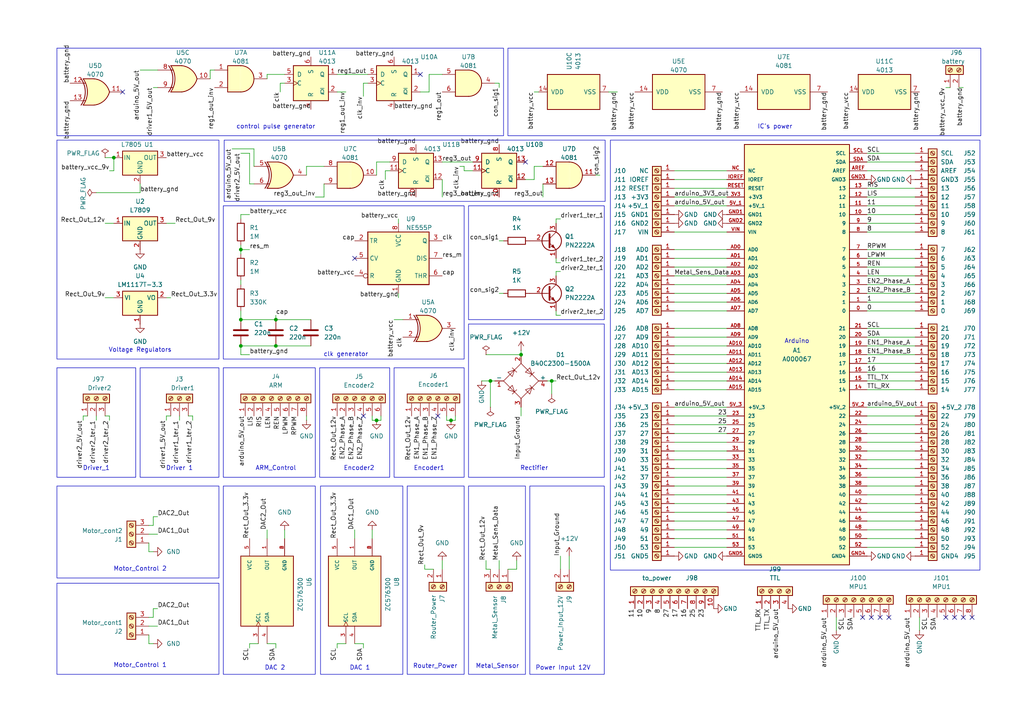
<source format=kicad_sch>
(kicad_sch (version 20231120) (generator "eeschema") (generator_version "8.0")
  (paper "A4")
  (junction (at 109.22 121.92))
  (junction (at 151.13 102.87))
  (junction (at 130.81 121.92))
  (junction (at 80.01 92.71))
  (junction (at 142.24 110.49))
  (junction (at 80.01 100.33))
  (junction (at 69.85 100.33))
  (junction (at 33.02 45.72))
  (junction (at 160.02 110.49))
  (junction (at 69.85 92.71))
  (junction (at 69.85 72.39))
  (no_connect (at 257.81 179.07))
  (no_connect (at 121.92 21.59))
  (no_connect (at 105.41 120.65))
  (no_connect (at 276.86 179.07))
  (no_connect (at 279.4 179.07))
  (no_connect (at 281.94 179.07))
  (no_connect (at 35.56 26.67))
  (no_connect (at 250.19 179.07))
  (no_connect (at 127 120.65))
  (no_connect (at 252.73 179.07))
  (no_connect (at 255.27 179.07))
  (no_connect (at 152.4 46.99))
  (no_connect (at 274.32 179.07))
  (no_connect (at 102.87 74.93))
  (wire (pts (xy 31.75 49.53) (xy 33.02 49.53)))
  (wire (pts (xy 195.58 123.19) (xy 210.82 123.19)))
  (wire (pts (xy 251.46 158.75) (xy 265.43 158.75)))
  (wire (pts (xy 69.85 44.45) (xy 72.39 44.45)))
  (wire (pts (xy 115.57 86.36) (xy 115.57 85.09)))
  (wire (pts (xy 69.85 100.33) (xy 69.85 102.87)))
  (wire (pts (xy 129.54 121.92) (xy 130.81 121.92)))
  (wire (pts (xy 123.19 165.1) (xy 125.73 165.1)))
  (wire (pts (xy 105.41 187.96) (xy 105.41 186.69)))
  (wire (pts (xy 69.85 81.28) (xy 69.85 82.55)))
  (wire (pts (xy 31.75 120.65) (xy 30.48 120.65)))
  (wire (pts (xy 144.78 25.4) (xy 144.78 24.13)))
  (wire (pts (xy 69.85 92.71) (xy 80.01 92.71)))
  (wire (pts (xy 195.58 82.55) (xy 210.82 82.55)))
  (wire (pts (xy 80.01 92.71) (xy 90.17 92.71)))
  (wire (pts (xy 27.94 55.88) (xy 40.64 55.88)))
  (wire (pts (xy 179.07 26.67) (xy 176.53 26.67)))
  (wire (pts (xy 133.35 48.26) (xy 134.62 48.26)))
  (wire (pts (xy 44.45 176.53) (xy 44.45 179.07)))
  (wire (pts (xy 149.86 165.1) (xy 147.32 165.1)))
  (wire (pts (xy 134.62 49.53) (xy 137.16 49.53)))
  (wire (pts (xy 251.46 123.19) (xy 265.43 123.19)))
  (wire (pts (xy 195.58 113.03) (xy 210.82 113.03)))
  (wire (pts (xy 251.46 133.35) (xy 265.43 133.35)))
  (wire (pts (xy 165.1 161.29) (xy 165.1 165.1)))
  (wire (pts (xy 49.53 86.36) (xy 48.26 86.36)))
  (wire (pts (xy 88.9 121.92) (xy 88.9 120.65)))
  (wire (pts (xy 195.58 153.67) (xy 210.82 153.67)))
  (wire (pts (xy 195.58 85.09) (xy 210.82 85.09)))
  (wire (pts (xy 52.07 121.92) (xy 52.07 120.65)))
  (wire (pts (xy 251.46 59.69) (xy 265.43 59.69)))
  (wire (pts (xy 140.97 102.87) (xy 151.13 102.87)))
  (wire (pts (xy 140.97 162.56) (xy 140.97 165.1)))
  (wire (pts (xy 251.46 97.79) (xy 265.43 97.79)))
  (wire (pts (xy 251.46 67.31) (xy 265.43 67.31)))
  (wire (pts (xy 102.87 153.67) (xy 102.87 156.21)))
  (wire (pts (xy 195.58 77.47) (xy 210.82 77.47)))
  (wire (pts (xy 195.58 80.01) (xy 210.82 80.01)))
  (wire (pts (xy 251.46 146.05) (xy 265.43 146.05)))
  (wire (pts (xy 30.48 64.77) (xy 33.02 64.77)))
  (wire (pts (xy 105.41 24.13) (xy 106.68 24.13)))
  (wire (pts (xy 111.76 49.53) (xy 113.03 49.53)))
  (wire (pts (xy 161.29 63.5) (xy 161.29 64.77)))
  (wire (pts (xy 195.58 138.43) (xy 210.82 138.43)))
  (wire (pts (xy 251.46 143.51) (xy 265.43 143.51)))
  (wire (pts (xy 77.47 153.67) (xy 77.47 156.21)))
  (wire (pts (xy 195.58 133.35) (xy 210.82 133.35)))
  (wire (pts (xy 160.02 110.49) (xy 158.75 110.49)))
  (wire (pts (xy 195.58 74.93) (xy 210.82 74.93)))
  (wire (pts (xy 111.76 49.53) (xy 111.76 52.07)))
  (wire (pts (xy 195.58 100.33) (xy 210.82 100.33)))
  (wire (pts (xy 162.56 78.74) (xy 161.29 78.74)))
  (wire (pts (xy 195.58 120.65) (xy 210.82 120.65)))
  (wire (pts (xy 129.54 120.65) (xy 129.54 121.92)))
  (wire (pts (xy 251.46 72.39) (xy 265.43 72.39)))
  (wire (pts (xy 43.18 160.02) (xy 43.18 157.48)))
  (wire (pts (xy 142.24 110.49) (xy 142.24 118.11)))
  (wire (pts (xy 123.19 163.83) (xy 123.19 165.1)))
  (wire (pts (xy 195.58 67.31) (xy 210.82 67.31)))
  (wire (pts (xy 251.46 138.43) (xy 265.43 138.43)))
  (wire (pts (xy 144.78 85.09) (xy 146.05 85.09)))
  (wire (pts (xy 251.46 44.45) (xy 265.43 44.45)))
  (wire (pts (xy 251.46 46.99) (xy 265.43 46.99)))
  (wire (pts (xy 115.57 63.5) (xy 115.57 64.77)))
  (wire (pts (xy 124.46 21.59) (xy 128.27 21.59)))
  (wire (pts (xy 195.58 140.97) (xy 210.82 140.97)))
  (wire (pts (xy 109.22 46.99) (xy 113.03 46.99)))
  (wire (pts (xy 251.46 151.13) (xy 265.43 151.13)))
  (wire (pts (xy 69.85 71.12) (xy 69.85 72.39)))
  (wire (pts (xy 45.72 149.86) (xy 44.45 149.86)))
  (wire (pts (xy 40.64 20.32) (xy 45.72 20.32)))
  (wire (pts (xy 154.94 48.26) (xy 157.48 48.26)))
  (wire (pts (xy 144.78 162.56) (xy 144.78 165.1)))
  (wire (pts (xy 251.46 130.81) (xy 265.43 130.81)))
  (wire (pts (xy 154.94 26.67) (xy 156.21 26.67)))
  (wire (pts (xy 139.7 110.49) (xy 142.24 110.49)))
  (wire (pts (xy 144.78 69.85) (xy 146.05 69.85)))
  (wire (pts (xy 251.46 135.89) (xy 265.43 135.89)))
  (wire (pts (xy 27.94 121.92) (xy 27.94 120.65)))
  (wire (pts (xy 121.92 26.67) (xy 124.46 26.67)))
  (wire (pts (xy 161.29 76.2) (xy 161.29 74.93)))
  (wire (pts (xy 33.02 49.53) (xy 33.02 45.72)))
  (wire (pts (xy 157.48 57.15) (xy 157.48 53.34)))
  (wire (pts (xy 251.46 128.27) (xy 265.43 128.27)))
  (wire (pts (xy 80.01 100.33) (xy 90.17 100.33)))
  (wire (pts (xy 251.46 105.41) (xy 265.43 105.41)))
  (wire (pts (xy 251.46 125.73) (xy 265.43 125.73)))
  (wire (pts (xy 48.26 121.92) (xy 48.26 120.65)))
  (wire (pts (xy 251.46 62.23) (xy 265.43 62.23)))
  (wire (pts (xy 251.46 118.11) (xy 265.43 118.11)))
  (wire (pts (xy 151.13 101.6) (xy 151.13 102.87)))
  (wire (pts (xy 251.46 107.95) (xy 265.43 107.95)))
  (wire (pts (xy 132.08 120.65) (xy 132.08 121.92)))
  (wire (pts (xy 251.46 120.65) (xy 265.43 120.65)))
  (wire (pts (xy 195.58 87.63) (xy 210.82 87.63)))
  (wire (pts (xy 60.96 20.32) (xy 62.23 20.32)))
  (wire (pts (xy 152.4 52.07) (xy 154.94 52.07)))
  (wire (pts (xy 162.56 63.5) (xy 161.29 63.5)))
  (wire (pts (xy 124.46 21.59) (xy 124.46 26.67)))
  (wire (pts (xy 109.22 121.92) (xy 110.49 121.92)))
  (wire (pts (xy 134.62 48.26) (xy 134.62 49.53)))
  (wire (pts (xy 48.26 120.65) (xy 49.53 120.65)))
  (wire (pts (xy 44.45 152.4) (xy 43.18 152.4)))
  (wire (pts (xy 97.79 187.96) (xy 97.79 186.69)))
  (wire (pts (xy 72.39 186.69) (xy 74.93 186.69)))
  (wire (pts (xy 44.45 149.86) (xy 44.45 152.4)))
  (wire (pts (xy 140.97 165.1) (xy 142.24 165.1)))
  (wire (pts (xy 195.58 151.13) (xy 210.82 151.13)))
  (wire (pts (xy 69.85 62.23) (xy 72.39 62.23)))
  (wire (pts (xy 44.45 160.02) (xy 43.18 160.02)))
  (wire (pts (xy 81.28 24.13) (xy 81.28 26.67)))
  (wire (pts (xy 107.95 153.67) (xy 107.95 156.21)))
  (wire (pts (xy 195.58 130.81) (xy 210.82 130.81)))
  (wire (pts (xy 30.48 45.72) (xy 33.02 45.72)))
  (wire (pts (xy 162.56 91.44) (xy 161.29 91.44)))
  (wire (pts (xy 69.85 102.87) (xy 72.39 102.87)))
  (wire (pts (xy 151.13 120.65) (xy 151.13 118.11)))
  (wire (pts (xy 251.46 102.87) (xy 265.43 102.87)))
  (wire (pts (xy 73.66 43.18) (xy 73.66 48.26)))
  (wire (pts (xy 24.13 120.65) (xy 25.4 120.65)))
  (wire (pts (xy 161.29 91.44) (xy 161.29 90.17)))
  (wire (pts (xy 162.56 161.29) (xy 162.56 165.1)))
  (wire (pts (xy 251.46 57.15) (xy 265.43 57.15)))
  (wire (pts (xy 195.58 97.79) (xy 210.82 97.79)))
  (wire (pts (xy 251.46 82.55) (xy 265.43 82.55)))
  (wire (pts (xy 72.39 44.45) (xy 72.39 53.34)))
  (wire (pts (xy 195.58 90.17) (xy 210.82 90.17)))
  (wire (pts (xy 251.46 90.17) (xy 265.43 90.17)))
  (wire (pts (xy 144.78 24.13) (xy 143.51 24.13)))
  (wire (pts (xy 91.44 57.15) (xy 93.98 57.15)))
  (wire (pts (xy 93.98 57.15) (xy 93.98 53.34)))
  (wire (pts (xy 69.85 100.33) (xy 80.01 100.33)))
  (wire (pts (xy 69.85 72.39) (xy 69.85 73.66)))
  (wire (pts (xy 44.45 25.4) (xy 45.72 25.4)))
  (wire (pts (xy 45.72 176.53) (xy 44.45 176.53)))
  (wire (pts (xy 195.58 125.73) (xy 210.82 125.73)))
  (wire (pts (xy 33.02 86.36) (xy 30.48 86.36)))
  (wire (pts (xy 40.64 55.88) (xy 40.64 53.34)))
  (wire (pts (xy 195.58 156.21) (xy 210.82 156.21)))
  (wire (pts (xy 195.58 146.05) (xy 210.82 146.05)))
  (wire (pts (xy 160.02 110.49) (xy 160.02 114.3)))
  (wire (pts (xy 142.24 110.49) (xy 143.51 110.49)))
  (wire (pts (xy 128.27 57.15) (xy 128.27 52.07)))
  (wire (pts (xy 88.9 48.26) (xy 93.98 48.26)))
  (wire (pts (xy 195.58 95.25) (xy 210.82 95.25)))
  (wire (pts (xy 251.46 49.53) (xy 265.43 49.53)))
  (wire (pts (xy 195.58 118.11) (xy 210.82 118.11)))
  (wire (pts (xy 195.58 110.49) (xy 210.82 110.49)))
  (wire (pts (xy 69.85 62.23) (xy 69.85 63.5)))
  (wire (pts (xy 195.58 59.69) (xy 210.82 59.69)))
  (wire (pts (xy 162.56 76.2) (xy 161.29 76.2)))
  (wire (pts (xy 45.72 154.94) (xy 43.18 154.94)))
  (wire (pts (xy 44.45 179.07) (xy 43.18 179.07)))
  (wire (pts (xy 251.46 100.33) (xy 265.43 100.33)))
  (wire (pts (xy 251.46 156.21) (xy 265.43 156.21)))
  (wire (pts (xy 173.99 50.8) (xy 172.72 50.8)))
  (wire (pts (xy 45.72 181.61) (xy 43.18 181.61)))
  (wire (pts (xy 161.29 78.74) (xy 161.29 80.01)))
  (wire (pts (xy 266.7 182.88) (xy 266.7 179.07)))
  (wire (pts (xy 107.95 120.65) (xy 107.95 121.92)))
  (wire (pts (xy 72.39 187.96) (xy 72.39 186.69)))
  (wire (pts (xy 195.58 52.07) (xy 210.82 52.07)))
  (wire (pts (xy 128.27 162.56) (xy 128.27 165.1)))
  (wire (pts (xy 105.41 27.94) (xy 105.41 24.13)))
  (wire (pts (xy 279.4 25.4) (xy 278.13 25.4)))
  (wire (pts (xy 242.57 182.88) (xy 242.57 179.07)))
  (wire (pts (xy 251.46 54.61) (xy 265.43 54.61)))
  (wire (pts (xy 195.58 102.87) (xy 210.82 102.87)))
  (wire (pts (xy 154.94 48.26) (xy 154.94 52.07)))
  (wire (pts (xy 67.31 43.18) (xy 73.66 43.18)))
  (wire (pts (xy 195.58 57.15) (xy 210.82 57.15)))
  (wire (pts (xy 195.58 143.51) (xy 210.82 143.51)))
  (wire (pts (xy 149.86 162.56) (xy 149.86 165.1)))
  (wire (pts (xy 31.75 121.92) (xy 31.75 120.65)))
  (wire (pts (xy 251.46 113.03) (xy 265.43 113.03)))
  (wire (pts (xy 43.18 186.69) (xy 43.18 184.15)))
  (wire (pts (xy 77.47 22.86) (xy 77.47 21.59)))
  (wire (pts (xy 195.58 148.59) (xy 210.82 148.59)))
  (wire (pts (xy 24.13 121.92) (xy 24.13 120.65)))
  (wire (pts (xy 251.46 77.47) (xy 265.43 77.47)))
  (wire (pts (xy 195.58 54.61) (xy 210.82 54.61)))
  (wire (pts (xy 88.9 48.26) (xy 88.9 50.8)))
  (wire (pts (xy 100.33 26.67) (xy 97.79 26.67)))
  (wire (pts (xy 81.28 24.13) (xy 82.55 24.13)))
  (wire (pts (xy 72.39 53.34) (xy 73.66 53.34)))
  (wire (pts (xy 195.58 105.41) (xy 210.82 105.41)))
  (wire (pts (xy 55.88 120.65) (xy 54.61 120.65)))
  (wire (pts (xy 251.46 140.97) (xy 265.43 140.97)))
  (wire (pts (xy 251.46 148.59) (xy 265.43 148.59)))
  (wire (pts (xy 97.79 186.69) (xy 100.33 186.69)))
  (wire (pts (xy 251.46 74.93) (xy 265.43 74.93)))
  (wire (pts (xy 107.95 121.92) (xy 109.22 121.92)))
  (wire (pts (xy 195.58 72.39) (xy 210.82 72.39)))
  (wire (pts (xy 109.22 46.99) (xy 109.22 50.8)))
  (wire (pts (xy 77.47 21.59) (xy 82.55 21.59)))
  (wire (pts (xy 80.01 187.96) (xy 80.01 186.69)))
  (wire (pts (xy 82.55 153.67) (xy 82.55 156.21)))
  (wire (pts (xy 50.8 64.77) (xy 48.26 64.77)))
  (wire (pts (xy 195.58 128.27) (xy 210.82 128.27)))
  (wire (pts (xy 195.58 49.53) (xy 210.82 49.53)))
  (wire (pts (xy 195.58 135.89) (xy 210.82 135.89)))
  (wire (pts (xy 80.01 186.69) (xy 77.47 186.69)))
  (wire (pts (xy 195.58 107.95) (xy 210.82 107.95)))
  (wire (pts (xy 55.88 121.92) (xy 55.88 120.65)))
  (wire (pts (xy 251.46 95.25) (xy 265.43 95.25)))
  (wire (pts (xy 60.96 22.86) (xy 60.96 20.32)))
  (wire (pts (xy 251.46 85.09) (xy 265.43 85.09)))
  (wire (pts (xy 80.01 91.44) (xy 80.01 92.71)))
  (wire (pts (xy 69.85 90.17) (xy 69.85 92.71)))
  (wire (pts (xy 161.29 110.49) (xy 160.02 110.49)))
  (wire (pts (xy 251.46 87.63) (xy 265.43 87.63)))
  (wire (pts (xy 130.81 121.92) (xy 132.08 121.92)))
  (wire (pts (xy 274.32 25.4) (xy 275.59 25.4)))
  (wire (pts (xy 128.27 46.99) (xy 137.16 46.99)))
  (wire (pts (xy 114.3 92.71) (xy 116.84 92.71)))
  (wire (pts (xy 251.46 64.77) (xy 265.43 64.77)))
  (wire (pts (xy 110.49 120.65) (xy 110.49 121.92)))
  (wire (pts (xy 195.58 158.75) (xy 210.82 158.75)))
  (wire (pts (xy 251.46 153.67) (xy 265.43 153.67)))
  (wire (pts (xy 44.45 186.69) (xy 43.18 186.69)))
  (wire (pts (xy 251.46 80.01) (xy 265.43 80.01)))
  (wire (pts (xy 97.79 21.59) (xy 106.68 21.59)))
  (wire (pts (xy 72.39 72.39) (xy 69.85 72.39)))
  (wire (pts (xy 251.46 110.49) (xy 265.43 110.49)))
  (wire (pts (xy 105.41 186.69) (xy 102.87 186.69)))
  (rectangle (start 64.77 140.97) (end 91.44 195.58))
  (rectangle (start 40.64 106.68) (end 63.5 138.43))
  (rectangle (start 16.51 169.164) (end 63.5 195.58))
  (rectangle (start 177.038 40.64) (end 284.226 165.354))
  (rectangle (start 153.67 140.97) (end 175.26 195.58))
  (rectangle (start 147.32 13.97) (end 284.48 39.37))
  (rectangle (start 92.964 140.97) (end 116.84 195.58))
  (rectangle (start 118.11 140.97) (end 134.62 195.58))
  (rectangle (start 135.89 59.69) (end 175.26 92.71))
  (rectangle (start 65.024 40.64) (end 175.514 58.42))
  (rectangle (start 135.89 93.98) (end 175.26 138.43))
  (rectangle (start 16.51 140.97) (end 63.5 167.64))
  (rectangle (start 64.77 59.69) (end 134.62 104.14))
  (rectangle (start 64.77 106.68) (end 91.44 138.43))
  (rectangle (start 16.51 40.64) (end 63.5 104.14))
  (rectangle (start 114.3 106.68) (end 134.62 138.43))
  (rectangle (start 92.71 106.68) (end 113.03 138.43))
  (rectangle (start 135.89 140.97) (end 152.4 195.58))
  (rectangle (start 16.51 106.68) (end 39.37 138.43))
  (rectangle (start 16.51 13.97) (end 146.05 39.37))
  (text "Driver_1" (at 27.94 135.89 0) (effects (font (size 1.27 1.27))))
  (text "clk generator\n" (at 100.33 102.87 0) (effects (font (size 1.27 1.27))))
  (text "Voltage Regulators" (at 40.64 101.6 0) (effects (font (size 1.27 1.27))))
  (text "Power Input 12V\n" (at 163.322 193.802 0) (effects (font (size 1.27 1.27))))
  (text "Router_Power" (at 126.238 193.294 0) (effects (font (size 1.27 1.27))))
  (text "ARM_Control" (at 80.01 135.89 0) (effects (font (size 1.27 1.27))))
  (text "DAC 1" (at 104.394 193.802 0) (effects (font (size 1.27 1.27))))
  (text "IC's power" (at 224.79 36.83 0) (effects (font (size 1.27 1.27))))
  (text "Rectifier" (at 154.94 135.89 0) (effects (font (size 1.27 1.27))))
  (text "Encoder2" (at 104.14 135.89 0) (effects (font (size 1.27 1.27))))
  (text "Motor_Control 1" (at 40.64 193.04 0) (effects (font (size 1.27 1.27))))
  (text "Arduino" (at 231.14 99.06 0) (effects (font (size 1.27 1.27))))
  (text "Encoder1" (at 124.46 135.89 0) (effects (font (size 1.27 1.27))))
  (text "Metal_Sensor" (at 144.272 193.294 0) (effects (font (size 1.27 1.27))))
  (text "Motor_Control 2" (at 40.64 165.1 0) (effects (font (size 1.27 1.27))))
  (text "DAC 2" (at 79.756 193.802 0) (effects (font (size 1.27 1.27))))
  (text "control pulse generator" (at 80.01 36.83 0) (effects (font (size 1.27 1.27))))
  (text "Driver 1" (at 52.07 135.89 0) (effects (font (size 1.27 1.27))))
  (label "0" (at 251.46 90.17 0))
  (label "battery_gnd" (at 179.07 26.67 270))
  (label "25" (at 201.93 176.53 270))
  (label "reg3_out_inv" (at 91.44 57.15 180))
  (label "battery_gnd" (at 120.65 57.15 180))
  (label "cap" (at 102.87 69.85 180))
  (label "Rect_Out_12v" (at 140.97 162.56 90))
  (label "Input_Ground" (at 151.13 120.65 270))
  (label "arduino_5V_out" (at 226.06 176.53 270))
  (label "9" (at 251.46 64.77 0))
  (label "battery_gnd" (at 90.17 16.51 180))
  (label "EN1_Phase_Z" (at 127 120.65 270))
  (label "SCL" (at 251.46 44.45 0))
  (label "DAC1_Out" (at 45.72 154.94 0))
  (label "Metal_Sens_Data" (at 195.58 80.01 0))
  (label "res_m" (at 128.27 74.93 0))
  (label "11" (at 184.15 176.53 270))
  (label "battery_gnd" (at 114.3 31.75 0))
  (label "reg1_out_inv" (at 62.23 25.4 270))
  (label "driver2_ter_2" (at 162.56 91.44 0))
  (label "battery_vcc" (at 246.38 26.67 270))
  (label "clk_inv" (at 132.08 95.25 270))
  (label "battery_vcc" (at 102.87 80.01 180))
  (label "DAC1_Out" (at 45.72 181.61 0))
  (label "27" (at 194.31 176.53 270))
  (label "battery_gnd" (at 115.57 86.36 180))
  (label "11" (at 251.46 59.69 0))
  (label "8" (at 191.77 176.53 270))
  (label "reg3_out" (at 157.48 57.15 180))
  (label "EN2_Phase_A" (at 251.46 82.55 0))
  (label "arduino_5V_out" (at 240.03 179.07 270))
  (label "TTL_RX" (at 220.98 176.53 270))
  (label "battery_vcc_9v" (at 274.32 25.4 270))
  (label "25" (at 210.82 123.19 180))
  (label "SCL" (at 269.24 179.07 270))
  (label "battery_gnd" (at 72.39 102.87 0))
  (label "driver1_ter_1" (at 52.07 121.92 270))
  (label "battery_gnd" (at 114.3 16.51 180))
  (label "con_sig1" (at 144.78 25.4 270))
  (label "battery_vcc" (at 154.94 26.67 270))
  (label "clk" (at 111.76 52.07 270))
  (label "con_sig2" (at 144.78 85.09 180))
  (label "RIS" (at 251.46 54.61 0))
  (label "arduino_5V_out" (at 71.12 120.65 270))
  (label "Rect_Out_3.3v" (at 72.39 156.21 90))
  (label "23" (at 210.82 120.65 180))
  (label "EN2_Phase_B" (at 102.87 120.65 270))
  (label "16" (at 251.46 107.95 0))
  (label "arduino_5V_out" (at 40.64 20.32 270))
  (label "clk_inv" (at 105.41 27.94 270))
  (label "SCL" (at 251.46 95.25 0))
  (label "con_sig1" (at 144.78 69.85 180))
  (label "battery_gnd" (at 120.65 41.91 180))
  (label "reg3_out_inv" (at 128.27 57.15 0))
  (label "arduino_5V_out" (at 195.58 118.11 0))
  (label "LPWM" (at 251.46 74.93 0))
  (label "driver1_ter_2" (at 55.88 121.92 270))
  (label "23" (at 204.47 176.53 270))
  (label "battery_gnd" (at 90.17 31.75 180))
  (label "battery_vcc" (at 72.39 62.23 0))
  (label "driver1_ter_1" (at 162.56 63.5 0))
  (label "driver2_ter_2" (at 31.75 121.92 270))
  (label "arduino_5V_out" (at 195.58 59.69 0))
  (label "battery_gnd" (at 144.78 41.91 180))
  (label "reg1_out" (at 128.27 26.67 270))
  (label "clk" (at 128.27 69.85 0))
  (label "battery_vcc" (at 114.3 92.71 270))
  (label "10" (at 186.69 176.53 270))
  (label "EN1_Phase_B" (at 251.46 102.87 0))
  (label "16" (at 199.39 176.53 270))
  (label "Metal_Sens_Data" (at 144.78 162.56 90))
  (label "driver2_ter_1" (at 27.94 121.92 270))
  (label "reg1_out_inv" (at 100.33 26.67 270))
  (label "res_m" (at 72.39 72.39 0))
  (label "DAC1_Out" (at 102.87 153.67 90))
  (label "arduino_5V_out" (at 67.31 43.18 270))
  (label "SCL" (at 245.11 179.07 270))
  (label "SDA" (at 80.01 187.96 270))
  (label "driver1_5V_out" (at 44.45 25.4 270))
  (label "SCL" (at 72.39 187.96 270))
  (label "battery_gnd" (at 266.7 26.67 270))
  (label "battery_gnd" (at 20.32 29.21 270))
  (label "9" (at 189.23 176.53 270))
  (label "Rect_Out_9v" (at 50.8 64.77 0))
  (label "SDA" (at 251.46 46.99 0))
  (label "EN1_Phase_B" (at 124.46 120.65 270))
  (label "LEN" (at 78.74 120.65 270))
  (label "SDA" (at 251.46 97.79 0))
  (label "RPWM" (at 251.46 72.39 0))
  (label "battery_vcc" (at 184.15 26.67 270))
  (label "arduino_5V_out" (at 251.46 118.11 0))
  (label "LPWM" (at 83.82 120.65 270))
  (label "8" (at 251.46 67.31 0))
  (label "Rect_Out_12v" (at 97.79 120.65 270))
  (label "EN1_Phase_A" (at 121.92 120.65 270))
  (label "EN2_Phase_B" (at 251.46 85.09 0))
  (label "DAC2_Out" (at 45.72 149.86 0))
  (label "EN1_Phase_A" (at 251.46 100.33 0))
  (label "driver1_5V_out" (at 48.26 121.92 270))
  (label "driver2_5V_out" (at 24.13 121.92 270))
  (label "Rect_Out_9v" (at 30.48 86.36 180))
  (label "clk_inv" (at 133.35 48.26 270))
  (label "REN" (at 81.28 120.65 270))
  (label "TTL_TX" (at 251.46 110.49 0))
  (label "SDA" (at 105.41 187.96 270))
  (label "battery_vcc_9v" (at 31.75 49.53 180))
  (label "driver2_5V_out" (at 69.85 44.45 270))
  (label "LEN" (at 251.46 80.01 0))
  (label "driver1_ter_2" (at 162.56 76.2 0))
  (label "clk" (at 116.84 97.79 270))
  (label "DAC2_Out" (at 77.47 153.67 90))
  (label "battery_gnd" (at 279.4 25.4 270))
  (label "EN2_Phase_A" (at 100.33 120.65 270))
  (label "10" (at 251.46 62.23 0))
  (label "TTL_RX" (at 251.46 113.03 0))
  (label "27" (at 210.82 125.73 180))
  (label "reg3_out" (at 128.27 46.99 0))
  (label "SDA" (at 271.78 179.07 270))
  (label "LIS" (at 73.66 120.65 270))
  (label "Rect_Out_12v" (at 119.38 120.65 270))
  (label "REN" (at 251.46 77.47 0))
  (label "EN2_Phase_Z" (at 105.41 120.65 270))
  (label "battery_gnd" (at 240.03 26.67 270))
  (label "1" (at 251.46 87.63 0))
  (label "Rect_Out_12v" (at 161.29 110.49 0))
  (label "cap" (at 128.27 80.01 0))
  (label "cap" (at 80.01 91.44 0))
  (label "SCL" (at 97.79 187.96 270))
  (label "17" (at 196.85 176.53 270))
  (label "arduino_5V_out" (at 264.16 179.07 270))
  (label "driver2_ter_1" (at 162.56 78.74 0))
  (label "battery_gnd" (at 144.78 57.15 180))
  (label "Rect_Out_3.3v" (at 97.79 156.21 90))
  (label "battery_vcc" (at 115.57 63.5 180))
  (label "Rect_Out_9v" (at 123.19 163.83 90))
  (label "battery_gnd" (at 20.32 24.13 90))
  (label "Rect_Out_12v" (at 30.48 64.77 180))
  (label "SDA" (at 247.65 179.07 270))
  (label "battery_gnd" (at 40.64 55.88 0))
  (label "reg1_out" (at 97.79 21.59 0))
  (label "17" (at 251.46 105.41 0))
  (label "RIS" (at 76.2 120.65 270))
  (label "DAC2_Out" (at 45.72 176.53 0))
  (label "battery_vcc" (at 214.63 26.67 270))
  (label "arduino_3V3_out" (at 195.58 57.15 0))
  (label "Input_Ground" (at 162.56 161.29 90))
  (label "Rect_Out_3.3v" (at 49.53 86.36 0))
  (label "RPWM" (at 86.36 120.65 270))
  (label "battery_vcc" (at 48.26 45.72 0))
  (label "con_sig2" (at 173.99 50.8 90))
  (label "clk" (at 81.28 26.67 270))
  (label "LIS" (at 251.46 57.15 0))
  (label "battery_gnd" (at 209.55 26.67 270))
  (label "TTL_TX" (at 223.52 176.53 270))
  (symbol (lib_id "Connector:Screw_Terminal_01x01") (at 190.5 128.27 180) (unit 1)
    (property "Reference" "J38" (at 181.61 128.27 0) (effects (justify left)))
    (property "Value" "29" (at 188.214 128.27 0) (effects (justify left)))
    (property "Footprint" "MyLibrary:Pin_Hole_0.9" (effects (hide yes)))
    (property "Description" "Generic screw terminal, single row, 01x01, script generated (kicad-library-utils/schlib/autogen/connector/)" (effects (hide yes)))
  )
  (symbol (lib_id "Timer:NE555P") (at 115.57 74.93 0) (unit 1)
    (property "Reference" "U9" (at 117.7641 63.5 0) (effects (justify left)))
    (property "Value" "NE555P" (at 117.7641 66.04 0) (effects (justify left)))
    (property "Footprint" "Package_DIP:DIP-8_W7.62mm" (effects (hide yes)))
    (property "Datasheet" "http://www.ti.com/lit/ds/symlink/ne555.pdf" (effects (hide yes)))
    (property "Description" "Precision Timers, 555 compatible,  PDIP-8" (effects (hide yes)))
  )
  (symbol (lib_id "Connector:Screw_Terminal_01x01") (at 270.51 105.41 0) (unit 1)
    (property "Reference" "J74" (at 279.4 105.41 0) (effects (justify left)))
    (property "Value" "17" (at 272.796 105.41 0) (effects (justify left)))
    (property "Footprint" "MyLibrary:Pin_Hole_0.9" (effects (hide yes)))
    (property "Description" "Generic screw terminal, single row, 01x01, script generated (kicad-library-utils/schlib/autogen/connector/)" (effects (hide yes)))
  )
  (symbol (lib_id "Device:C") (at 90.17 96.52 0) (unit 1)
    (property "Reference" "C3" (at 93.98 95.2499 0) (effects (justify left)))
    (property "Value" "220n" (at 93.98 97.7899 0) (effects (justify left)))
    (property "Footprint" "Capacitor_THT:C_Disc_D7.5mm_W5.0mm_P7.50mm" (effects (hide yes)))
    (property "Description" "Unpolarized capacitor" (effects (hide yes)))
  )
  (symbol (lib_id "Connector:Screw_Terminal_01x01") (at 190.5 161.29 180) (unit 1)
    (property "Reference" "J51" (at 181.61 161.29 0) (effects (justify left)))
    (property "Value" "GND5" (at 188.214 161.29 0) (effects (justify left)))
    (property "Footprint" "MyLibrary:Pin_Hole_0.9" (effects (hide yes)))
    (property "Description" "Generic screw terminal, single row, 01x01, script generated (kicad-library-utils/schlib/autogen/connector/)" (effects (hide yes)))
  )
  (symbol (lib_id "Connector:Screw_Terminal_01x08") (at 271.78 173.99 90) (unit 1)
    (property "Reference" "J101" (at 273.05 167.64 90))
    (property "Value" "MPU1" (at 273.05 170.18 90))
    (property "Footprint" "MyLibrary:module_mpu6050" (effects (hide yes)))
    (property "Description" "Generic screw terminal, single row, 01x08, script generated (kicad-library-utils/schlib/autogen/connector/)" (effects (hide yes)))
  )
  (symbol (lib_id "power:GND") (at 88.9 121.92 0) (mirror y) (unit 1)
    (property "Reference" "#PWR07" (effects (hide yes)))
    (property "Value" "GND" (at 88.9 126.492 0))
    (property "Description" "Power symbol creates a global label with name \"GND\" , ground" (effects (hide yes)))
  )
  (symbol (lib_id "power:GND") (at 210.82 161.29 270) (mirror x) (unit 1)
    (property "Reference" "#PWR021" (effects (hide yes)))
    (property "Value" "GND" (at 208.026 161.29 90) (effects (justify right)))
    (property "Description" "Power symbol creates a global label with name \"GND\" , ground" (effects (hide yes)))
  )
  (symbol (lib_id "Connector:Screw_Terminal_01x01") (at 190.5 59.69 180) (unit 1)
    (property "Reference" "J14" (at 181.61 59.69 0) (effects (justify left)))
    (property "Value" "+5V_1" (at 188.214 59.69 0) (effects (justify left)))
    (property "Footprint" "MyLibrary:Pin_Hole_0.9" (effects (hide yes)))
    (property "Description" "Generic screw terminal, single row, 01x01, script generated (kicad-library-utils/schlib/autogen/connector/)" (effects (hide yes)))
  )
  (symbol (lib_id "power:PWR_FLAG") (at 142.24 118.11 180) (unit 1)
    (property "Reference" "#FLG04" (effects (hide yes)))
    (property "Value" "PWR_FLAG" (at 142.24 123.19 0))
    (property "Description" "Special symbol for telling ERC where power comes from" (effects (hide yes)))
  )
  (symbol (lib_id "Connector:Screw_Terminal_01x01") (at 190.5 107.95 180) (unit 1)
    (property "Reference" "J31" (at 181.61 107.95 0) (effects (justify left)))
    (property "Value" "AD13" (at 188.214 107.95 0) (effects (justify left)))
    (property "Footprint" "MyLibrary:Pin_Hole_0.9" (effects (hide yes)))
    (property "Description" "Generic screw terminal, single row, 01x01, script generated (kicad-library-utils/schlib/autogen/connector/)" (effects (hide yes)))
  )
  (symbol (lib_id "Regulator_Linear:L7805") (at 40.64 45.72 0) (unit 1)
    (property "Reference" "U1" (at 43.18 41.91 0))
    (property "Value" "L7805" (at 38.1 41.91 0))
    (property "Footprint" "Package_TO_SOT_THT:TO-220-3_Vertical" (effects (hide yes)))
    (property "Datasheet" "http://www.st.com/content/ccc/resource/technical/document/datasheet/41/4f/b3/b0/12/d4/47/88/CD00000444.pdf/files/CD00000444.pdf/jcr:content/translations/en.CD00000444.pdf" (effects (hide yes)))
    (property "Description" "Positive 1.5A 35V Linear Regulator, Fixed Output 5V, TO-220/TO-263/TO-252" (effects (hide yes)))
  )
  (symbol (lib_id "Connector:Screw_Terminal_01x01") (at 270.51 87.63 0) (unit 1)
    (property "Reference" "J68" (at 279.4 87.63 0) (effects (justify left)))
    (property "Value" "1" (at 272.796 87.63 0) (effects (justify left)))
    (property "Footprint" "MyLibrary:Pin_Hole_0.9" (effects (hide yes)))
    (property "Description" "Generic screw terminal, single row, 01x01, script generated (kicad-library-utils/schlib/autogen/connector/)" (effects (hide yes)))
  )
  (symbol (lib_id "Connector:Screw_Terminal_01x01") (at 270.51 120.65 0) (unit 1)
    (property "Reference" "J79" (at 279.4 120.65 0) (effects (justify left)))
    (property "Value" "22" (at 272.796 120.65 0) (effects (justify left)))
    (property "Footprint" "MyLibrary:Pin_Hole_0.9" (effects (hide yes)))
    (property "Description" "Generic screw terminal, single row, 01x01, script generated (kicad-library-utils/schlib/autogen/connector/)" (effects (hide yes)))
  )
  (symbol (lib_id "Connector:Screw_Terminal_01x01") (at 270.51 97.79 0) (unit 1)
    (property "Reference" "J71" (at 279.4 97.79 0) (effects (justify left)))
    (property "Value" "20" (at 272.796 97.79 0) (effects (justify left)))
    (property "Footprint" "MyLibrary:Pin_Hole_0.9" (effects (hide yes)))
    (property "Description" "Generic screw terminal, single row, 01x01, script generated (kicad-library-utils/schlib/autogen/connector/)" (effects (hide yes)))
  )
  (symbol (lib_id "power:GND") (at 210.82 64.77 270) (mirror x) (unit 1)
    (property "Reference" "#PWR020" (effects (hide yes)))
    (property "Value" "GND" (at 208.026 64.77 90) (effects (justify right)))
    (property "Description" "Power symbol creates a global label with name \"GND\" , ground" (effects (hide yes)))
  )
  (symbol (lib_id "Connector:Screw_Terminal_01x01") (at 190.5 49.53 180) (unit 1)
    (property "Reference" "J10" (at 181.61 49.53 0) (effects (justify left)))
    (property "Value" "NC" (at 188.214 49.53 0) (effects (justify left)))
    (property "Footprint" "MyLibrary:Pin_Hole_0.9" (effects (hide yes)))
    (property "Description" "Generic screw terminal, single row, 01x01, script generated (kicad-library-utils/schlib/autogen/connector/)" (effects (hide yes)))
  )
  (symbol (lib_id "Connector:Screw_Terminal_01x01") (at 270.51 90.17 0) (unit 1)
    (property "Reference" "J69" (at 279.4 90.17 0) (effects (justify left)))
    (property "Value" "0" (at 272.796 90.17 0) (effects (justify left)))
    (property "Footprint" "MyLibrary:Pin_Hole_0.9" (effects (hide yes)))
    (property "Description" "Generic screw terminal, single row, 01x01, script generated (kicad-library-utils/schlib/autogen/connector/)" (effects (hide yes)))
  )
  (symbol (lib_id "4xxx:4013") (at 90.17 24.13 0) (unit 1)
    (property "Reference" "U11" (at 92.3641 15.24 0) (effects (justify left)))
    (property "Value" "4013" (at 92.3641 17.78 0) (effects (justify left)))
    (property "Footprint" "Package_DIP:DIP-14_W7.62mm_LongPads" (effects (hide yes)))
    (property "Datasheet" "http://www.onsemi.com/pub/Collateral/MC14013B-D.PDF" (effects (hide yes)))
    (property "Description" "Dual D  FlipFlop, Set & reset" (effects (hide yes)))
  )
  (symbol (lib_id "4xxx:4070") (at 196.85 26.67 90) (unit 5)
    (property "Reference" "U5" (at 196.85 17.78 90))
    (property "Value" "4070" (at 196.85 20.32 90))
    (property "Footprint" "Package_DIP:DIP-14_W7.62mm_LongPads" (effects (hide yes)))
    (property "Datasheet" "http://www.intersil.com/content/dam/Intersil/documents/cd40/cd4070bms-77bms.pdf" (effects (hide yes)))
    (property "Description" "Quad Xor 2 inputs" (effects (hide yes)))
  )
  (symbol (lib_id "Transistor_BJT:PN2222A") (at 158.75 69.85 0) (unit 1)
    (property "Reference" "Q1" (at 163.83 68.5799 0) (effects (justify left)))
    (property "Value" "PN2222A" (at 163.83 71.1199 0) (effects (justify left)))
    (property "Footprint" "Package_TO_SOT_THT:TO-92L_Inline_Wide" (effects (hide yes)))
    (property "Datasheet" "https://www.onsemi.com/pub/Collateral/PN2222-D.PDF" (effects (hide yes)))
    (property "Description" "1A Ic, 40V Vce, NPN Transistor, General Purpose Transistor, TO-92" (effects (hide yes)))
  )
  (symbol (lib_id "Connector:Screw_Terminal_01x10") (at 194.31 171.45 90) (unit 1)
    (property "Reference" "J98" (at 200.66 167.64 90))
    (property "Value" "to_power" (at 190.5 167.64 90))
    (property "Footprint" "Connector_JST:JST_XH_B10B-XH-A_1x10_P2.50mm_Vertical" (effects (hide yes)))
    (property "Description" "Generic screw terminal, single row, 01x10, script generated (kicad-library-utils/schlib/autogen/connector/)" (effects (hide yes)))
  )
  (symbol (lib_id "Connector:Screw_Terminal_01x01") (at 190.5 62.23 180) (unit 1)
    (property "Reference" "J15" (at 181.61 62.23 0) (effects (justify left)))
    (property "Value" "GND1" (at 188.214 62.23 0) (effects (justify left)))
    (property "Footprint" "MyLibrary:Pin_Hole_0.9" (effects (hide yes)))
    (property "Description" "Generic screw terminal, single row, 01x01, script generated (kicad-library-utils/schlib/autogen/connector/)" (effects (hide yes)))
  )
  (symbol (lib_id "Connector:Screw_Terminal_01x01") (at 270.51 148.59 0) (unit 1)
    (property "Reference" "J90" (at 279.4 148.59 0) (effects (justify left)))
    (property "Value" "44" (at 272.796 148.59 0) (effects (justify left)))
    (property "Footprint" "MyLibrary:Pin_Hole_0.9" (effects (hide yes)))
    (property "Description" "Generic screw terminal, single row, 01x01, script generated (kicad-library-utils/schlib/autogen/connector/)" (effects (hide yes)))
  )
  (symbol (lib_id "power:GND") (at 195.58 64.77 90) (mirror x) (unit 1)
    (property "Reference" "#PWR017" (effects (hide yes)))
    (property "Value" "GND" (at 198.374 64.77 90) (effects (justify right)))
    (property "Description" "Power symbol creates a global label with name \"GND\" , ground" (effects (hide yes)))
  )
  (symbol (lib_id "Connector:Screw_Terminal_01x01") (at 270.51 62.23 0) (unit 1)
    (property "Reference" "J59" (at 279.4 62.23 0) (effects (justify left)))
    (property "Value" "10" (at 272.796 62.23 0) (effects (justify left)))
    (property "Footprint" "MyLibrary:Pin_Hole_0.9" (effects (hide yes)))
    (property "Description" "Generic screw terminal, single row, 01x01, script generated (kicad-library-utils/schlib/autogen/connector/)" (effects (hide yes)))
  )
  (symbol (lib_id "power:GND") (at 107.95 153.67 0) (mirror x) (unit 1)
    (property "Reference" "#PWR08" (effects (hide yes)))
    (property "Value" "GND" (at 107.95 148.59 0))
    (property "Description" "Power symbol creates a global label with name \"GND\" , ground" (effects (hide yes)))
  )
  (symbol (lib_id "Connector:Screw_Terminal_01x03") (at 52.07 115.57 90) (unit 1)
    (property "Reference" "J3" (at 50.8 109.982 90) (effects (justify right)))
    (property "Value" "Driver1" (at 49.53 112.522 90) (effects (justify right)))
    (property "Footprint" "Connector_JST:JST_XH_B3B-XH-A_1x03_P2.50mm_Vertical" (effects (hide yes)))
    (property "Description" "Generic screw terminal, single row, 01x03, script generated (kicad-library-utils/schlib/autogen/connector/)" (effects (hide yes)))
  )
  (symbol (lib_id "Connector:Screw_Terminal_01x01") (at 270.51 54.61 0) (unit 1)
    (property "Reference" "J56" (at 279.4 54.61 0) (effects (justify left)))
    (property "Value" "13" (at 272.796 54.61 0) (effects (justify left)))
    (property "Footprint" "MyLibrary:Pin_Hole_0.9" (effects (hide yes)))
    (property "Description" "Generic screw terminal, single row, 01x01, script generated (kicad-library-utils/schlib/autogen/connector/)" (effects (hide yes)))
  )
  (symbol (lib_id "Connector:Screw_Terminal_01x01") (at 270.51 135.89 0) (unit 1)
    (property "Reference" "J85" (at 279.4 135.89 0) (effects (justify left)))
    (property "Value" "34" (at 272.796 135.89 0) (effects (justify left)))
    (property "Footprint" "MyLibrary:Pin_Hole_0.9" (effects (hide yes)))
    (property "Description" "Generic screw terminal, single row, 01x01, script generated (kicad-library-utils/schlib/autogen/connector/)" (effects (hide yes)))
  )
  (symbol (lib_id "Connector:Screw_Terminal_01x01") (at 190.5 146.05 180) (unit 1)
    (property "Reference" "J45" (at 181.61 146.05 0) (effects (justify left)))
    (property "Value" "43" (at 188.214 146.05 0) (effects (justify left)))
    (property "Footprint" "MyLibrary:Pin_Hole_0.9" (effects (hide yes)))
    (property "Description" "Generic screw terminal, single row, 01x01, script generated (kicad-library-utils/schlib/autogen/connector/)" (effects (hide yes)))
  )
  (symbol (lib_id "Connector:Screw_Terminal_01x01") (at 190.5 130.81 180) (unit 1)
    (property "Reference" "J39" (at 181.61 130.81 0) (effects (justify left)))
    (property "Value" "31" (at 188.214 130.81 0) (effects (justify left)))
    (property "Footprint" "MyLibrary:Pin_Hole_0.9" (effects (hide yes)))
    (property "Description" "Generic screw terminal, single row, 01x01, script generated (kicad-library-utils/schlib/autogen/connector/)" (effects (hide yes)))
  )
  (symbol (lib_id "Connector:Screw_Terminal_01x01") (at 270.51 59.69 0) (unit 1)
    (property "Reference" "J58" (at 279.4 59.69 0) (effects (justify left)))
    (property "Value" "11" (at 272.796 59.69 0) (effects (justify left)))
    (property "Footprint" "MyLibrary:Pin_Hole_0.9" (effects (hide yes)))
    (property "Description" "Generic screw terminal, single row, 01x01, script generated (kicad-library-utils/schlib/autogen/connector/)" (effects (hide yes)))
  )
  (symbol (lib_id "Connector:Screw_Terminal_01x01") (at 190.5 151.13 180) (unit 1)
    (property "Reference" "J47" (at 181.61 151.13 0) (effects (justify left)))
    (property "Value" "47" (at 188.214 151.13 0) (effects (justify left)))
    (property "Footprint" "MyLibrary:Pin_Hole_0.9" (effects (hide yes)))
    (property "Description" "Generic screw terminal, single row, 01x01, script generated (kicad-library-utils/schlib/autogen/connector/)" (effects (hide yes)))
  )
  (symbol (lib_id "Transistor_BJT:PN2222A") (at 158.75 85.09 0) (unit 1)
    (property "Reference" "Q2" (at 163.83 83.8199 0) (effects (justify left)))
    (property "Value" "PN2222A" (at 163.83 86.3599 0) (effects (justify left)))
    (property "Footprint" "Package_TO_SOT_THT:TO-92L_Inline_Wide" (effects (hide yes)))
    (property "Datasheet" "https://www.onsemi.com/pub/Collateral/PN2222-D.PDF" (effects (hide yes)))
    (property "Description" "1A Ic, 40V Vce, NPN Transistor, General Purpose Transistor, TO-92" (effects (hide yes)))
  )
  (symbol (lib_id "Connector:Screw_Terminal_01x01") (at 190.5 100.33 180) (unit 1)
    (property "Reference" "J28" (at 181.61 100.33 0) (effects (justify left)))
    (property "Value" "AD10" (at 188.214 100.33 0) (effects (justify left)))
    (property "Footprint" "MyLibrary:Pin_Hole_0.9" (effects (hide yes)))
    (property "Description" "Generic screw terminal, single row, 01x01, script generated (kicad-library-utils/schlib/autogen/connector/)" (effects (hide yes)))
  )
  (symbol (lib_id "Connector:Screw_Terminal_01x01") (at 270.51 64.77 0) (unit 1)
    (property "Reference" "J60" (at 279.4 64.77 0) (effects (justify left)))
    (property "Value" "9" (at 272.796 64.77 0) (effects (justify left)))
    (property "Footprint" "MyLibrary:Pin_Hole_0.9" (effects (hide yes)))
    (property "Description" "Generic screw terminal, single row, 01x01, script generated (kicad-library-utils/schlib/autogen/connector/)" (effects (hide yes)))
  )
  (symbol (lib_id "Connector:Screw_Terminal_01x02") (at 275.59 20.32 90) (unit 1)
    (property "Reference" "J96" (at 275.59 15.24 90) (effects (justify right)))
    (property "Value" "battery" (at 273.05 17.78 90) (effects (justify right)))
    (property "Footprint" "Connector_JST:JST_XH_B2B-XH-A_1x02_P2.50mm_Vertical" (effects (hide yes)))
    (property "Description" "Generic screw terminal, single row, 01x02, script generated (kicad-library-utils/schlib/autogen/connector/)" (effects (hide yes)))
  )
  (symbol (lib_id "power:+12V") (at 151.13 101.6 0) (mirror y) (unit 1)
    (property "Reference" "#PWR014" (effects (hide yes)))
    (property "Value" "+12V" (at 151.13 96.52 0))
    (property "Description" "Power symbol creates a global label with name \"+12V\"" (effects (hide yes)))
  )
  (symbol (lib_id "Connector:Screw_Terminal_01x01") (at 270.51 153.67 0) (unit 1)
    (property "Reference" "J92" (at 279.4 153.67 0) (effects (justify left)))
    (property "Value" "48" (at 272.796 153.67 0) (effects (justify left)))
    (property "Footprint" "MyLibrary:Pin_Hole_0.9" (effects (hide yes)))
    (property "Description" "Generic screw terminal, single row, 01x01, script generated (kicad-library-utils/schlib/autogen/connector/)" (effects (hide yes)))
  )
  (symbol (lib_id "power:PWR_FLAG") (at 30.48 45.72 0) (unit 1)
    (property "Reference" "#FLG02" (effects (hide yes)))
    (property "Value" "PWR_FLAG" (at 24.13 44.45 0))
    (property "Description" "Special symbol for telling ERC where power comes from" (effects (hide yes)))
  )
  (symbol (lib_id "power:PWR_FLAG") (at 160.02 114.3 180) (unit 1)
    (property "Reference" "#FLG05" (effects (hide yes)))
    (property "Value" "PWR_FLAG" (at 160.02 119.38 0))
    (property "Description" "Special symbol for telling ERC where power comes from" (effects (hide yes)))
  )
  (symbol (lib_id "Connector:Screw_Terminal_01x01") (at 190.5 156.21 180) (unit 1)
    (property "Reference" "J49" (at 181.61 156.21 0) (effects (justify left)))
    (property "Value" "51" (at 188.214 156.21 0) (effects (justify left)))
    (property "Footprint" "MyLibrary:Pin_Hole_0.9" (effects (hide yes)))
    (property "Description" "Generic screw terminal, single row, 01x01, script generated (kicad-library-utils/schlib/autogen/connector/)" (effects (hide yes)))
  )
  (symbol (lib_id "Connector:Screw_Terminal_01x01") (at 190.5 140.97 180) (unit 1)
    (property "Reference" "J43" (at 181.61 140.97 0) (effects (justify left)))
    (property "Value" "39" (at 188.214 140.97 0) (effects (justify left)))
    (property "Footprint" "MyLibrary:Pin_Hole_0.9" (effects (hide yes)))
    (property "Description" "Generic screw terminal, single row, 01x01, script generated (kicad-library-utils/schlib/autogen/connector/)" (effects (hide yes)))
  )
  (symbol (lib_id "power:GND") (at 44.45 160.02 90) (mirror x) (unit 1)
    (property "Reference" "#PWR04" (effects (hide yes)))
    (property "Value" "GND" (at 48.26 160.0199 90) (effects (justify right)))
    (property "Description" "Power symbol creates a global label with name \"GND\" , ground" (effects (hide yes)))
  )
  (symbol (lib_id "Connector:Screw_Terminal_01x06") (at 124.46 115.57 90) (unit 1)
    (property "Reference" "J6" (at 125.73 108.966 90))
    (property "Value" "Encoder1" (at 125.73 111.506 90))
    (property "Footprint" "Connector_JST:JST_XH_B6B-XH-A_1x06_P2.50mm_Vertical" (effects (hide yes)))
    (property "Description" "Generic screw terminal, single row, 01x06, script generated (kicad-library-utils/schlib/autogen/connector/)" (effects (hide yes)))
  )
  (symbol (lib_id "Connector:Screw_Terminal_01x01") (at 190.5 97.79 180) (unit 1)
    (property "Reference" "J27" (at 181.61 97.79 0) (effects (justify left)))
    (property "Value" "AD9" (at 188.214 97.79 0) (effects (justify left)))
    (property "Footprint" "MyLibrary:Pin_Hole_0.9" (effects (hide yes)))
    (property "Description" "Generic screw terminal, single row, 01x01, script generated (kicad-library-utils/schlib/autogen/connector/)" (effects (hide yes)))
  )
  (symbol (lib_id "4xxx:4070") (at 81.28 50.8 0) (unit 2)
    (property "Reference" "U5" (at 80.9752 43.18 0))
    (property "Value" "4070" (at 80.9752 45.72 0))
    (property "Footprint" "Package_DIP:DIP-14_W7.62mm_LongPads" (effects (hide yes)))
    (property "Datasheet" "http://www.intersil.com/content/dam/Intersil/documents/cd40/cd4070bms-77bms.pdf" (effects (hide yes)))
    (property "Description" "Quad Xor 2 inputs" (effects (hide yes)))
  )
  (symbol (lib_id "Connector:Screw_Terminal_01x01") (at 270.51 118.11 0) (unit 1)
    (property "Reference" "J78" (at 279.4 118.11 0) (effects (justify left)))
    (property "Value" "+5V_2" (at 272.796 118.11 0) (effects (justify left)))
    (property "Footprint" "MyLibrary:Pin_Hole_0.9" (effects (hide yes)))
    (property "Description" "Generic screw terminal, single row, 01x01, script generated (kicad-library-utils/schlib/autogen/connector/)" (effects (hide yes)))
  )
  (symbol (lib_id "power:GND") (at 128.27 162.56 180) (unit 1)
    (property "Reference" "#PWR010" (effects (hide yes)))
    (property "Value" "GND" (at 128.27 157.48 0))
    (property "Description" "Power symbol creates a global label with name \"GND\" , ground" (effects (hide yes)))
  )
  (symbol (lib_id "Connector:Screw_Terminal_01x01") (at 270.51 85.09 0) (unit 1)
    (property "Reference" "J67" (at 279.4 85.09 0) (effects (justify left)))
    (property "Value" "2" (at 272.796 85.09 0) (effects (justify left)))
    (property "Footprint" "MyLibrary:Pin_Hole_0.9" (effects (hide yes)))
    (property "Description" "Generic screw terminal, single row, 01x01, script generated (kicad-library-utils/schlib/autogen/connector/)" (effects (hide yes)))
  )
  (symbol (lib_id "Connector:Screw_Terminal_01x01") (at 270.51 123.19 0) (unit 1)
    (property "Reference" "J80" (at 279.4 123.19 0) (effects (justify left)))
    (property "Value" "24" (at 272.796 123.19 0) (effects (justify left)))
    (property "Footprint" "MyLibrary:Pin_Hole_0.9" (effects (hide yes)))
    (property "Description" "Generic screw terminal, single row, 01x01, script generated (kicad-library-utils/schlib/autogen/connector/)" (effects (hide yes)))
  )
  (symbol (lib_id "Diode_Bridge:B40C2300-1500A") (at 151.13 110.49 0) (unit 1)
    (property "Reference" "D1" (at 162.56 102.87 0))
    (property "Value" "B40C2300-1500A" (at 162.56 105.41 0))
    (property "Footprint" "Diode_THT:Diode_Bridge_19.0x3.5x10.0mm_P5.0mm" (effects (hide yes)))
    (property "Datasheet" "https://diotec.com/tl_files/diotec/files/pdf/datasheets/b40c2300.pdf" (effects (hide yes)))
    (property "Description" "Silicon Bridge Rectifier, 40V Vrms, 1.5A If, pins=-AA+, SIL-package" (effects (hide yes)))
  )
  (symbol (lib_id "Connector:Screw_Terminal_01x01") (at 190.5 85.09 180) (unit 1)
    (property "Reference" "J23" (at 181.61 85.09 0) (effects (justify left)))
    (property "Value" "AD5" (at 188.214 85.09 0) (effects (justify left)))
    (property "Footprint" "MyLibrary:Pin_Hole_0.9" (effects (hide yes)))
    (property "Description" "Generic screw terminal, single row, 01x01, script generated (kicad-library-utils/schlib/autogen/connector/)" (effects (hide yes)))
  )
  (symbol (lib_id "4xxx:4081") (at 165.1 50.8 0) (unit 4)
    (property "Reference" "U7" (at 165.0917 43.18 0))
    (property "Value" "4081" (at 165.0917 45.72 0))
    (property "Footprint" "Package_DIP:DIP-14_W7.62mm_LongPads" (effects (hide yes)))
    (property "Datasheet" "http://www.intersil.com/content/dam/Intersil/documents/cd40/cd4073bms-81bms-82bms.pdf" (effects (hide yes)))
    (property "Description" "Quad And 2 inputs" (effects (hide yes)))
  )
  (symbol (lib_id "Connector:Screw_Terminal_01x01") (at 190.5 110.49 180) (unit 1)
    (property "Reference" "J32" (at 181.61 110.49 0) (effects (justify left)))
    (property "Value" "AD14" (at 188.214 110.49 0) (effects (justify left)))
    (property "Footprint" "MyLibrary:Pin_Hole_0.9" (effects (hide yes)))
    (property "Description" "Generic screw terminal, single row, 01x01, script generated (kicad-library-utils/schlib/autogen/connector/)" (effects (hide yes)))
  )
  (symbol (lib_id "Connector:Screw_Terminal_01x01") (at 190.5 52.07 180) (unit 1)
    (property "Reference" "J11" (at 181.61 52.07 0) (effects (justify left)))
    (property "Value" "IOREF" (at 188.214 52.07 0) (effects (justify left)))
    (property "Footprint" "MyLibrary:Pin_Hole_0.9" (effects (hide yes)))
    (property "Description" "Generic screw terminal, single row, 01x01, script generated (kicad-library-utils/schlib/autogen/connector/)" (effects (hide yes)))
  )
  (symbol (lib_id "Connector:Screw_Terminal_01x01") (at 190.5 72.39 180) (unit 1)
    (property "Reference" "J18" (at 181.61 72.39 0) (effects (justify left)))
    (property "Value" "AD0" (at 188.214 72.39 0) (effects (justify left)))
    (property "Footprint" "MyLibrary:Pin_Hole_0.9" (effects (hide yes)))
    (property "Description" "Generic screw terminal, single row, 01x01, script generated (kicad-library-utils/schlib/autogen/connector/)" (effects (hide yes)))
  )
  (symbol (lib_id "Connector:Screw_Terminal_01x01") (at 270.51 67.31 0) (unit 1)
    (property "Reference" "J61" (at 279.4 67.31 0) (effects (justify left)))
    (property "Value" "8" (at 272.796 67.31 0) (effects (justify left)))
    (property "Footprint" "MyLibrary:Pin_Hole_0.9" (effects (hide yes)))
    (property "Description" "Generic screw terminal, single row, 01x01, script generated (kicad-library-utils/schlib/autogen/connector/)" (effects (hide yes)))
  )
  (symbol (lib_id "4xxx:4013") (at 166.37 26.67 90) (unit 3)
    (property "Reference" "U10" (at 165.0999 20.32 0) (effects (justify left)))
    (property "Value" "4013" (at 167.6399 20.32 0) (effects (justify left)))
    (property "Footprint" "Package_DIP:DIP-14_W7.62mm_LongPads" (effects (hide yes)))
    (property "Datasheet" "http://www.onsemi.com/pub/Collateral/MC14013B-D.PDF" (effects (hide yes)))
    (property "Description" "Dual D  FlipFlop, Set & reset" (effects (hide yes)))
  )
  (symbol (lib_id "power:GND") (at 40.64 93.98 0) (mirror y) (unit 1)
    (property "Reference" "#PWR03" (effects (hide yes)))
    (property "Value" "GND" (at 40.64 99.06 0))
    (property "Description" "Power symbol creates a global label with name \"GND\" , ground" (effects (hide yes)))
  )
  (symbol (lib_id "power:GND") (at 242.57 182.88 0) (mirror y) (unit 1)
    (property "Reference" "#PWR027" (effects (hide yes)))
    (property "Value" "GND" (at 242.57 185.674 90) (effects (justify right)))
    (property "Description" "Power symbol creates a global label with name \"GND\" , ground" (effects (hide yes)))
  )
  (symbol (lib_id "Connector:Screw_Terminal_01x01") (at 270.51 133.35 0) (unit 1)
    (property "Reference" "J84" (at 279.4 133.35 0) (effects (justify left)))
    (property "Value" "32" (at 272.796 133.35 0) (effects (justify left)))
    (property "Footprint" "MyLibrary:Pin_Hole_0.9" (effects (hide yes)))
    (property "Description" "Generic screw terminal, single row, 01x01, script generated (kicad-library-utils/schlib/autogen/connector/)" (effects (hide yes)))
  )
  (symbol (lib_id "Connector:Screw_Terminal_01x01") (at 270.51 102.87 0) (unit 1)
    (property "Reference" "J73" (at 279.4 102.87 0) (effects (justify left)))
    (property "Value" "18" (at 272.796 102.87 0) (effects (justify left)))
    (property "Footprint" "MyLibrary:Pin_Hole_0.9" (effects (hide yes)))
    (property "Description" "Generic screw terminal, single row, 01x01, script generated (kicad-library-utils/schlib/autogen/connector/)" (effects (hide yes)))
  )
  (symbol (lib_id "power:GND") (at 251.46 161.29 90) (mirror x) (unit 1)
    (property "Reference" "#PWR023" (effects (hide yes)))
    (property "Value" "GND" (at 254.254 161.29 90) (effects (justify right)))
    (property "Description" "Power symbol creates a global label with name \"GND\" , ground" (effects (hide yes)))
  )
  (symbol (lib_id "Connector:Screw_Terminal_01x01") (at 270.51 95.25 0) (unit 1)
    (property "Reference" "J70" (at 279.4 95.25 0) (effects (justify left)))
    (property "Value" "21" (at 272.796 95.25 0) (effects (justify left)))
    (property "Footprint" "MyLibrary:Pin_Hole_0.9" (effects (hide yes)))
    (property "Description" "Generic screw terminal, single row, 01x01, script generated (kicad-library-utils/schlib/autogen/connector/)" (effects (hide yes)))
  )
  (symbol (lib_id "power:GND") (at 139.7 110.49 0) (mirror y) (unit 1)
    (property "Reference" "#PWR012" (effects (hide yes)))
    (property "Value" "GND" (at 139.7 113.03 90) (effects (justify right)))
    (property "Description" "Power symbol creates a global label with name \"GND\" , ground" (effects (hide yes)))
  )
  (symbol (lib_id "Connector:Screw_Terminal_01x01") (at 190.5 135.89 180) (unit 1)
    (property "Reference" "J41" (at 181.61 135.89 0) (effects (justify left)))
    (property "Value" "35" (at 188.214 135.89 0) (effects (justify left)))
    (property "Footprint" "MyLibrary:Pin_Hole_0.9" (effects (hide yes)))
    (property "Description" "Generic screw terminal, single row, 01x01, script generated (kicad-library-utils/schlib/autogen/connector/)" (effects (hide yes)))
  )
  (symbol (lib_id "Connector:Screw_Terminal_01x01") (at 190.5 105.41 180) (unit 1)
    (property "Reference" "J30" (at 181.61 105.41 0) (effects (justify left)))
    (property "Value" "AD12" (at 188.214 105.41 0) (effects (justify left)))
    (property "Footprint" "MyLibrary:Pin_Hole_0.9" (effects (hide yes)))
    (property "Description" "Generic screw terminal, single row, 01x01, script generated (kicad-library-utils/schlib/autogen/connector/)" (effects (hide yes)))
  )
  (symbol (lib_id "power:GND") (at 251.46 52.07 90) (mirror x) (unit 1)
    (property "Reference" "#PWR022" (effects (hide yes)))
    (property "Value" "GND" (at 254.254 52.07 90) (effects (justify right)))
    (property "Description" "Power symbol creates a global label with name \"GND\" , ground" (effects (hide yes)))
  )
  (symbol (lib_id "4xxx:4013") (at 120.65 49.53 0) (unit 2)
    (property "Reference" "U11" (at 128.27 41.91 0) (effects (justify left)))
    (property "Value" "4013" (at 122.8441 43.18 0) (effects (justify left)))
    (property "Footprint" "Package_DIP:DIP-14_W7.62mm_LongPads" (effects (hide yes)))
    (property "Datasheet" "http://www.onsemi.com/pub/Collateral/MC14013B-D.PDF" (effects (hide yes)))
    (property "Description" "Dual D  FlipFlop, Set & reset" (effects (hide yes)))
  )
  (symbol (lib_id "Connector:Screw_Terminal_01x01") (at 270.51 44.45 0) (unit 1)
    (property "Reference" "J52" (at 279.4 44.45 0) (effects (justify left)))
    (property "Value" "SCL" (at 272.796 44.45 0) (effects (justify left)))
    (property "Footprint" "MyLibrary:Pin_Hole_0.9" (effects (hide yes)))
    (property "Description" "Generic screw terminal, single row, 01x01, script generated (kicad-library-utils/schlib/autogen/connector/)" (effects (hide yes)))
  )
  (symbol (lib_id "Connector:Screw_Terminal_01x01") (at 190.5 133.35 180) (unit 1)
    (property "Reference" "J40" (at 181.61 133.35 0) (effects (justify left)))
    (property "Value" "33" (at 188.214 133.35 0) (effects (justify left)))
    (property "Footprint" "MyLibrary:Pin_Hole_0.9" (effects (hide yes)))
    (property "Description" "Generic screw terminal, single row, 01x01, script generated (kicad-library-utils/schlib/autogen/connector/)" (effects (hide yes)))
  )
  (symbol (lib_id "Device:C") (at 69.85 96.52 0) (unit 1)
    (property "Reference" "C1" (at 73.66 93.9799 0) (effects (justify left)))
    (property "Value" "220n" (at 73.66 96.5199 0) (effects (justify left)))
    (property "Footprint" "Capacitor_THT:C_Disc_D7.5mm_W5.0mm_P7.50mm" (effects (hide yes)))
    (property "Description" "Unpolarized capacitor" (effects (hide yes)))
  )
  (symbol (lib_name "Screw_Terminal_01x03_1") (lib_id "Connector:Screw_Terminal_01x03") (at 144.78 170.18 270) (unit 1)
    (property "Reference" "J8" (at 146.0501 172.72 0) (effects (justify left)))
    (property "Value" "Metal_Sensor" (at 143.5101 172.72 0) (effects (justify left)))
    (property "Footprint" "MyLibrary:TerminalBlock_bornier-3_P5.08mm" (effects (hide yes)))
    (property "Description" "Generic screw terminal, single row, 01x03, script generated (kicad-library-utils/schlib/autogen/connector/)" (effects (hide yes)))
  )
  (symbol (lib_id "Connector:Screw_Terminal_01x01") (at 270.51 77.47 0) (unit 1)
    (property "Reference" "J64" (at 279.4 77.47 0) (effects (justify left)))
    (property "Value" "5" (at 272.796 77.47 0) (effects (justify left)))
    (property "Footprint" "MyLibrary:Pin_Hole_0.9" (effects (hide yes)))
    (property "Description" "Generic screw terminal, single row, 01x01, script generated (kicad-library-utils/schlib/autogen/connector/)" (effects (hide yes)))
  )
  (symbol (lib_id "Connector:Screw_Terminal_01x01") (at 190.5 118.11 180) (unit 1)
    (property "Reference" "J34" (at 181.61 118.11 0) (effects (justify left)))
    (property "Value" "+5V_3" (at 188.214 118.11 0) (effects (justify left)))
    (property "Footprint" "MyLibrary:Pin_Hole_0.9" (effects (hide yes)))
    (property "Description" "Generic screw terminal, single row, 01x01, script generated (kicad-library-utils/schlib/autogen/connector/)" (effects (hide yes)))
  )
  (symbol (lib_id "ZC576300:ZC576300") (at 77.47 171.45 90) (unit 1)
    (property "Reference" "U6" (at 89.662 167.386 0) (effects (justify right)))
    (property "Value" "ZC576300" (at 87.122 167.386 0) (effects (justify right)))
    (property "Footprint" "MyLibrary:MODULE_ZC576300" (effects (hide yes)))
    (property "MF" "YKS" (effects (hide yes)))
    (property "Description_1" "\n                        \n                            MCP4725 I2C DAC Breakout Development Board Module 12Bit Resolution 2.7-5.5V\n                        \n" (effects (hide yes)))
    (property "Package" "None" (effects (hide yes)))
    (property "Price" "None" (effects (hide yes)))
    (property "Check_prices" "https://www.snapeda.com/parts/ZC576300/YKS/view-part/?ref=eda" (effects (hide yes)))
    (property "STANDARD" "Manufacturer Recommendations" (effects (hide yes)))
    (property "PARTREV" "v14" (effects (hide yes)))
    (property "SnapEDA_Link" "https://www.snapeda.com/parts/ZC576300/YKS/view-part/?ref=snap" (effects (hide yes)))
    (property "MP" "ZC576300" (effects (hide yes)))
    (property "Availability" "Not in stock" (effects (hide yes)))
    (property "MANUFACTURER" "Sparkfun" (effects (hide yes)))
  )
  (symbol (lib_id "Device:R") (at 69.85 86.36 0) (unit 1)
    (property "Reference" "R3" (at 72.39 85.0899 0) (effects (justify left)))
    (property "Value" "330K" (at 72.39 87.6299 0) (effects (justify left)))
    (property "Footprint" "Resistor_THT:R_Axial_DIN0204_L3.6mm_D1.6mm_P7.62mm_Horizontal" (effects (hide yes)))
    (property "Description" "Resistor" (effects (hide yes)))
  )
  (symbol (lib_id "Connector:Screw_Terminal_01x03") (at 27.94 115.57 90) (unit 1)
    (property "Reference" "J97" (at 26.67 109.982 90) (effects (justify right)))
    (property "Value" "Driver2" (at 25.4 112.522 90) (effects (justify right)))
    (property "Footprint" "Connector_JST:JST_XH_B3B-XH-A_1x03_P2.50mm_Vertical" (effects (hide yes)))
    (property "Description" "Generic screw terminal, single row, 01x03, script generated (kicad-library-utils/schlib/autogen/connector/)" (effects (hide yes)))
  )
  (symbol (lib_id "Connector:Screw_Terminal_01x06") (at 102.87 115.57 90) (unit 1)
    (property "Reference" "J5" (at 104.14 109.22 90))
    (property "Value" "Encoder2" (at 104.14 111.76 90))
    (property "Footprint" "Connector_JST:JST_XH_B6B-XH-A_1x06_P2.50mm_Vertical" (effects (hide yes)))
    (property "Description" "Generic screw terminal, single row, 01x06, script generated (kicad-library-utils/schlib/autogen/connector/)" (effects (hide yes)))
  )
  (symbol (lib_id "power:GND") (at 44.45 186.69 90) (mirror x) (unit 1)
    (property "Reference" "#PWR05" (effects (hide yes)))
    (property "Value" "GND" (at 48.26 186.6899 90) (effects (justify right)))
    (property "Description" "Power symbol creates a global label with name \"GND\" , ground" (effects (hide yes)))
  )
  (symbol (lib_id "4xxx:4081") (at 69.85 22.86 0) (unit 1)
    (property "Reference" "U7" (at 69.8417 15.24 0))
    (property "Value" "4081" (at 69.8417 17.78 0))
    (property "Footprint" "Package_DIP:DIP-14_W7.62mm_LongPads" (effects (hide yes)))
    (property "Datasheet" "http://www.intersil.com/content/dam/Intersil/documents/cd40/cd4073bms-81bms-82bms.pdf" (effects (hide yes)))
    (property "Description" "Quad And 2 inputs" (effects (hide yes)))
  )
  (symbol (lib_id "power:GND") (at 266.7 182.88 0) (mirror y) (unit 1)
    (property "Reference" "#PWR028" (effects (hide yes)))
    (property "Value" "GND" (at 266.7 185.674 90) (effects (justify right)))
    (property "Description" "Power symbol creates a global label with name \"GND\" , ground" (effects (hide yes)))
  )
  (symbol (lib_id "power:GND") (at 207.01 176.53 90) (mirror x) (unit 1)
    (property "Reference" "#PWR02" (effects (hide yes)))
    (property "Value" "GND" (at 209.804 176.53 90) (effects (justify right)))
    (property "Description" "Power symbol creates a global label with name \"GND\" , ground" (effects (hide yes)))
  )
  (symbol (lib_id "Connector:Screw_Terminal_01x01") (at 270.51 72.39 0) (unit 1)
    (property "Reference" "J62" (at 279.4 72.39 0) (effects (justify left)))
    (property "Value" "7" (at 272.796 72.39 0) (effects (justify left)))
    (property "Footprint" "MyLibrary:Pin_Hole_0.9" (effects (hide yes)))
    (property "Description" "Generic screw terminal, single row, 01x01, script generated (kicad-library-utils/schlib/autogen/connector/)" (effects (hide yes)))
  )
  (symbol (lib_id "Connector:Screw_Terminal_01x01") (at 190.5 57.15 180) (unit 1)
    (property "Reference" "J13" (at 181.61 57.15 0) (effects (justify left)))
    (property "Value" "+3V3" (at 188.214 57.15 0) (effects (justify left)))
    (property "Footprint" "MyLibrary:Pin_Hole_0.9" (effects (hide yes)))
    (property "Description" "Generic screw terminal, single row, 01x01, script generated (kicad-library-utils/schlib/autogen/connector/)" (effects (hide yes)))
  )
  (symbol (lib_id "Connector:Screw_Terminal_01x01") (at 270.51 49.53 0) (unit 1)
    (property "Reference" "J54" (at 279.4 49.53 0) (effects (justify left)))
    (property "Value" "AREF" (at 272.796 49.53 0) (effects (justify left)))
    (property "Footprint" "MyLibrary:Pin_Hole_0.9" (effects (hide yes)))
    (property "Description" "Generic screw terminal, single row, 01x01, script generated (kicad-library-utils/schlib/autogen/connector/)" (effects (hide yes)))
  )
  (symbol (lib_id "A000067:A000067") (at 231.14 102.87 0) (unit 1)
    (property "Reference" "A1" (at 231.14 101.6 0))
    (property "Value" "A000067" (at 231.14 104.14 0))
    (property "Footprint" "MyLibrary:Arduino_Mega" (effects (hide yes)))
    (property "MF" "Arduino" (effects (hide yes)))
    (property "DESCRIPTION" "Dev.kit: Arduino; SPI, TWI, UART; ICSP, USB B, pin strips, supply" (effects (hide yes)))
    (property "PACKAGE" "None" (effects (hide yes)))
    (property "PRICE" "None" (effects (hide yes)))
    (property "Package" "Non-Standard Arduino" (effects (hide yes)))
    (property "Check_prices" "https://www.snapeda.com/parts/Arduino%20Mega%202560%20Rev3/Arduino/view-part/?ref=eda" (effects (hide yes)))
    (property "Price" "None" (effects (hide yes)))
    (property "SnapEDA_Link" "https://www.snapeda.com/parts/Arduino%20Mega%202560%20Rev3/Arduino/view-part/?ref=snap" (effects (hide yes)))
    (property "MP" "Arduino Mega 2560 Rev3" (effects (hide yes)))
    (property "Availability" "In Stock" (effects (hide yes)))
    (property "AVAILABILITY" "Unavailable" (effects (hide yes)))
    (property "Description_1" "\n                        \n                            8-bit board with 54 digital pins, 16 analog inputs, and 4 serial ports.\n                        \n" (effects (hide yes)))
  )
  (symbol (lib_id "power:GND") (at 130.81 121.92 0) (mirror y) (unit 1)
    (property "Reference" "#PWR011" (effects (hide yes)))
    (property "Value" "GND" (at 130.81 126.492 0))
    (property "Description" "Power symbol creates a global label with name \"GND\" , ground" (effects (hide yes)))
  )
  (symbol (lib_id "Connector:Screw_Terminal_01x01") (at 190.5 138.43 180) (unit 1)
    (property "Reference" "J42" (at 181.61 138.43 0) (effects (justify left)))
    (property "Value" "37" (at 188.214 138.43 0) (effects (justify left)))
    (property "Footprint" "MyLibrary:Pin_Hole_0.9" (effects (hide yes)))
    (property "Description" "Generic screw terminal, single row, 01x01, script generated (kicad-library-utils/schlib/autogen/connector/)" (effects (hide yes)))
  )
  (symbol (lib_id "power:GND") (at 149.86 162.56 180) (unit 1)
    (property "Reference" "#PWR026" (effects (hide yes)))
    (property "Value" "GND" (at 149.86 157.48 0))
    (property "Description" "Power symbol creates a global label with name \"GND\" , ground" (effects (hide yes)))
  )
  (symbol (lib_id "Connector:Screw_Terminal_01x01") (at 270.51 52.07 0) (unit 1)
    (property "Reference" "J55" (at 279.4 52.07 0) (effects (justify left)))
    (property "Value" "GND3" (at 272.796 52.07 0) (effects (justify left)))
    (property "Footprint" "MyLibrary:Pin_Hole_0.9" (effects (hide yes)))
    (property "Description" "Generic screw terminal, single row, 01x01, script generated (kicad-library-utils/schlib/autogen/connector/)" (effects (hide yes)))
  )
  (symbol (lib_id "Connector:Screw_Terminal_01x01") (at 270.51 57.15 0) (unit 1)
    (property "Reference" "J57" (at 279.4 57.15 0) (effects (justify left)))
    (property "Value" "12" (at 272.796 57.15 0) (effects (justify left)))
    (property "Footprint" "MyLibrary:Pin_Hole_0.9" (effects (hide yes)))
    (property "Description" "Generic screw terminal, single row, 01x01, script generated (kicad-library-utils/schlib/autogen/connector/)" (effects (hide yes)))
  )
  (symbol (lib_id "Device:R") (at 69.85 67.31 0) (unit 1)
    (property "Reference" "R1" (at 72.39 66.0399 0) (effects (justify left)))
    (property "Value" "1M" (at 72.39 68.5799 0) (effects (justify left)))
    (property "Footprint" "Resistor_THT:R_Axial_DIN0204_L3.6mm_D1.6mm_P7.62mm_Horizontal" (effects (hide yes)))
    (property "Description" "Resistor" (effects (hide yes)))
  )
  (symbol (lib_id "Connector:Screw_Terminal_01x01") (at 270.51 46.99 0) (unit 1)
    (property "Reference" "J53" (at 279.4 46.99 0) (effects (justify left)))
    (property "Value" "SDA" (at 272.796 46.99 0) (effects (justify left)))
    (property "Footprint" "MyLibrary:Pin_Hole_0.9" (effects (hide yes)))
    (property "Description" "Generic screw terminal, single row, 01x01, script generated (kicad-library-utils/schlib/autogen/connector/)" (effects (hide yes)))
  )
  (symbol (lib_id "power:GND") (at 210.82 62.23 270) (mirror x) (unit 1)
    (property "Reference" "#PWR019" (effects (hide yes)))
    (property "Value" "GND" (at 208.026 62.23 90) (effects (justify right)))
    (property "Description" "Power symbol creates a global label with name \"GND\" , ground" (effects (hide yes)))
  )
  (symbol (lib_id "Connector:Screw_Terminal_01x01") (at 270.51 158.75 0) (unit 1)
    (property "Reference" "J94" (at 279.4 158.75 0) (effects (justify left)))
    (property "Value" "52" (at 272.796 158.75 0) (effects (justify left)))
    (property "Footprint" "MyLibrary:Pin_Hole_0.9" (effects (hide yes)))
    (property "Description" "Generic screw terminal, single row, 01x01, script generated (kicad-library-utils/schlib/autogen/connector/)" (effects (hide yes)))
  )
  (symbol (lib_id "Connector:Screw_Terminal_01x01") (at 190.5 120.65 180) (unit 1)
    (property "Reference" "J35" (at 181.61 120.65 0) (effects (justify left)))
    (property "Value" "23" (at 188.214 120.65 0) (effects (justify left)))
    (property "Footprint" "MyLibrary:Pin_Hole_0.9" (effects (hide yes)))
    (property "Description" "Generic screw terminal, single row, 01x01, script generated (kicad-library-utils/schlib/autogen/connector/)" (effects (hide yes)))
  )
  (symbol (lib_id "Device:R") (at 149.86 85.09 90) (unit 1)
    (property "Reference" "R5" (at 149.86 78.74 90))
    (property "Value" "1K" (at 149.86 81.28 90))
    (property "Footprint" "Resistor_THT:R_Axial_DIN0204_L3.6mm_D1.6mm_P7.62mm_Horizontal" (effects (hide yes)))
    (property "Description" "Resistor" (effects (hide yes)))
  )
  (symbol (lib_id "Connector:Screw_Terminal_01x02") (at 128.27 170.18 270) (unit 1)
    (property "Reference" "J7" (at 128.27 172.466 0) (effects (justify left)))
    (property "Value" "Router_Power" (at 125.73 172.466 0) (effects (justify left)))
    (property "Footprint" "MyLibrary:TerminalBlock_bornier-2_P5.08mm" (effects (hide yes)))
    (property "Description" "Generic screw terminal, single row, 01x02, script generated (kicad-library-utils/schlib/autogen/connector/)" (effects (hide yes)))
  )
  (symbol (lib_id "power:+12V") (at 165.1 161.29 0) (unit 1)
    (property "Reference" "#PWR015" (effects (hide yes)))
    (property "Value" "+12V" (at 165.1 156.21 0))
    (property "Description" "Power symbol creates a global label with name \"+12V\"" (effects (hide yes)))
  )
  (symbol (lib_id "Connector:Screw_Terminal_01x01") (at 190.5 64.77 180) (unit 1)
    (property "Reference" "J16" (at 181.61 64.77 0) (effects (justify left)))
    (property "Value" "GND2" (at 188.214 64.77 0) (effects (justify left)))
    (property "Footprint" "MyLibrary:Pin_Hole_0.9" (effects (hide yes)))
    (property "Description" "Generic screw terminal, single row, 01x01, script generated (kicad-library-utils/schlib/autogen/connector/)" (effects (hide yes)))
  )
  (symbol (lib_id "Connector:Screw_Terminal_01x01") (at 270.51 110.49 0) (unit 1)
    (property "Reference" "J76" (at 279.4 110.49 0) (effects (justify left)))
    (property "Value" "15" (at 272.796 110.49 0) (effects (justify left)))
    (property "Footprint" "MyLibrary:Pin_Hole_0.9" (effects (hide yes)))
    (property "Description" "Generic screw terminal, single row, 01x01, script generated (kicad-library-utils/schlib/autogen/connector/)" (effects (hide yes)))
  )
  (symbol (lib_id "4xxx:4081") (at 227.33 26.67 90) (unit 5)
    (property "Reference" "U7" (at 227.33 16.51 90))
    (property "Value" "4081" (at 227.33 19.05 90))
    (property "Footprint" "Package_DIP:DIP-14_W7.62mm_LongPads" (effects (hide yes)))
    (property "Datasheet" "http://www.intersil.com/content/dam/Intersil/documents/cd40/cd4073bms-81bms-82bms.pdf" (effects (hide yes)))
    (property "Description" "Quad And 2 inputs" (effects (hide yes)))
  )
  (symbol (lib_id "4xxx:4013") (at 256.54 26.67 90) (unit 3)
    (property "Reference" "U11" (at 256.54 17.78 90))
    (property "Value" "4013" (at 256.54 20.32 90))
    (property "Footprint" "Package_DIP:DIP-14_W7.62mm_LongPads" (effects (hide yes)))
    (property "Datasheet" "http://www.onsemi.com/pub/Collateral/MC14013B-D.PDF" (effects (hide yes)))
    (property "Description" "Dual D  FlipFlop, Set & reset" (effects (hide yes)))
  )
  (symbol (lib_id "Connector:Screw_Terminal_01x01") (at 270.51 113.03 0) (unit 1)
    (property "Reference" "J77" (at 279.4 113.03 0) (effects (justify left)))
    (property "Value" "14" (at 272.796 113.03 0) (effects (justify left)))
    (property "Footprint" "MyLibrary:Pin_Hole_0.9" (effects (hide yes)))
    (property "Description" "Generic screw terminal, single row, 01x01, script generated (kicad-library-utils/schlib/autogen/connector/)" (effects (hide yes)))
  )
  (symbol (lib_id "4xxx:4070") (at 27.94 26.67 0) (unit 4)
    (property "Reference" "U5" (at 27.6352 19.05 0))
    (property "Value" "4070" (at 27.6352 21.59 0))
    (property "Footprint" "Package_DIP:DIP-14_W7.62mm_LongPads" (effects (hide yes)))
    (property "Datasheet" "http://www.intersil.com/content/dam/Intersil/documents/cd40/cd4070bms-77bms.pdf" (effects (hide yes)))
    (property "Description" "Quad Xor 2 inputs" (effects (hide yes)))
  )
  (symbol (lib_id "Connector:Screw_Terminal_01x02") (at 165.1 170.18 270) (unit 1)
    (property "Reference" "J9" (at 165.1001 172.72 0) (effects (justify left)))
    (property "Value" "Power_Input_12V" (at 162.5601 172.72 0) (effects (justify left)))
    (property "Footprint" "MyLibrary:TerminalBlock_bornier-2_P5.08mm" (effects (hide yes)))
    (property "Description" "Generic screw terminal, single row, 01x02, script generated (kicad-library-utils/schlib/autogen/connector/)" (effects (hide yes)))
  )
  (symbol (lib_id "Connector:Screw_Terminal_01x01") (at 270.51 143.51 0) (unit 1)
    (property "Reference" "J88" (at 279.4 143.51 0) (effects (justify left)))
    (property "Value" "40" (at 272.796 143.51 0) (effects (justify left)))
    (property "Footprint" "MyLibrary:Pin_Hole_0.9" (effects (hide yes)))
    (property "Description" "Generic screw terminal, single row, 01x01, script generated (kicad-library-utils/schlib/autogen/connector/)" (effects (hide yes)))
  )
  (symbol (lib_id "Connector:Screw_Terminal_01x04") (at 223.52 171.45 90) (unit 1)
    (property "Reference" "J99" (at 224.79 165.1 90))
    (property "Value" "TTL" (at 224.79 167.64 90))
    (property "Footprint" "Connector_JST:JST_XH_B4B-XH-A_1x04_P2.50mm_Vertical" (effects (hide yes)))
    (property "Description" "Generic screw terminal, single row, 01x04, script generated (kicad-library-utils/schlib/autogen/connector/)" (effects (hide yes)))
  )
  (symbol (lib_id "power:PWR_FLAG") (at 140.97 102.87 0) (unit 1)
    (property "Reference" "#FLG03" (effects (hide yes)))
    (property "Value" "PWR_FLAG" (at 140.97 97.79 0))
    (property "Description" "Special symbol for telling ERC where power comes from" (effects (hide yes)))
  )
  (symbol (lib_id "Device:R") (at 69.85 77.47 0) (unit 1)
    (property "Reference" "R2" (at 72.39 76.1999 0) (effects (justify left)))
    (property "Value" "1M" (at 72.39 78.7399 0) (effects (justify left)))
    (property "Footprint" "Resistor_THT:R_Axial_DIN0204_L3.6mm_D1.6mm_P7.62mm_Horizontal" (effects (hide yes)))
    (property "Description" "Resistor" (effects (hide yes)))
  )
  (symbol (lib_id "Connector:Screw_Terminal_01x01") (at 270.51 82.55 0) (unit 1)
    (property "Reference" "J66" (at 279.4 82.55 0) (effects (justify left)))
    (property "Value" "3" (at 272.796 82.55 0) (effects (justify left)))
    (property "Footprint" "MyLibrary:Pin_Hole_0.9" (effects (hide yes)))
    (property "Description" "Generic screw terminal, single row, 01x01, script generated (kicad-library-utils/schlib/autogen/connector/)" (effects (hide yes)))
  )
  (symbol (lib_id "Connector:Screw_Terminal_01x01") (at 270.51 146.05 0) (unit 1)
    (property "Reference" "J89" (at 279.4 146.05 0) (effects (justify left)))
    (property "Value" "42" (at 272.796 146.05 0) (effects (justify left)))
    (property "Footprint" "MyLibrary:Pin_Hole_0.9" (effects (hide yes)))
    (property "Description" "Generic screw terminal, single row, 01x01, script generated (kicad-library-utils/schlib/autogen/connector/)" (effects (hide yes)))
  )
  (symbol (lib_id "Connector:Screw_Terminal_01x01") (at 270.51 100.33 0) (unit 1)
    (property "Reference" "J72" (at 279.4 100.33 0) (effects (justify left)))
    (property "Value" "19" (at 272.796 100.33 0) (effects (justify left)))
    (property "Footprint" "MyLibrary:Pin_Hole_0.9" (effects (hide yes)))
    (property "Description" "Generic screw terminal, single row, 01x01, script generated (kicad-library-utils/schlib/autogen/connector/)" (effects (hide yes)))
  )
  (symbol (lib_id "Connector:Screw_Terminal_01x01") (at 270.51 130.81 0) (unit 1)
    (property "Reference" "J83" (at 279.4 130.81 0) (effects (justify left)))
    (property "Value" "30" (at 272.796 130.81 0) (effects (justify left)))
    (property "Footprint" "MyLibrary:Pin_Hole_0.9" (effects (hide yes)))
    (property "Description" "Generic screw terminal, single row, 01x01, script generated (kicad-library-utils/schlib/autogen/connector/)" (effects (hide yes)))
  )
  (symbol (lib_id "Connector:Screw_Terminal_01x01") (at 190.5 95.25 180) (unit 1)
    (property "Reference" "J26" (at 181.61 95.25 0) (effects (justify left)))
    (property "Value" "AD8" (at 188.214 95.25 0) (effects (justify left)))
    (property "Footprint" "MyLibrary:Pin_Hole_0.9" (effects (hide yes)))
    (property "Description" "Generic screw terminal, single row, 01x01, script generated (kicad-library-utils/schlib/autogen/connector/)" (effects (hide yes)))
  )
  (symbol (lib_id "Connector:Screw_Terminal_01x01") (at 190.5 148.59 180) (unit 1)
    (property "Reference" "J46" (at 181.61 148.59 0) (effects (justify left)))
    (property "Value" "45" (at 188.214 148.59 0) (effects (justify left)))
    (property "Footprint" "MyLibrary:Pin_Hole_0.9" (effects (hide yes)))
    (property "Description" "Generic screw terminal, single row, 01x01, script generated (kicad-library-utils/schlib/autogen/connector/)" (effects (hide yes)))
  )
  (symbol (lib_id "Connector:Screw_Terminal_01x01") (at 270.51 156.21 0) (unit 1)
    (property "Reference" "J93" (at 279.4 156.21 0) (effects (justify left)))
    (property "Value" "50" (at 272.796 156.21 0) (effects (justify left)))
    (property "Footprint" "MyLibrary:Pin_Hole_0.9" (effects (hide yes)))
    (property "Description" "Generic screw terminal, single row, 01x01, script generated (kicad-library-utils/schlib/autogen/connector/)" (effects (hide yes)))
  )
  (symbol (lib_id "Regulator_Linear:LM1117T-3.3") (at 40.64 86.36 0) (unit 1)
    (property "Reference" "U4" (at 40.64 80.01 0))
    (property "Value" "LM1117T-3.3" (at 40.64 82.55 0))
    (property "Footprint" "Package_TO_SOT_THT:TO-220-3_Vertical" (effects (hide yes)))
    (property "Datasheet" "http://www.ti.com/lit/ds/symlink/lm1117.pdf" (effects (hide yes)))
    (property "Description" "800mA Low-Dropout Linear Regulator, 3.3V fixed output, TO-220" (effects (hide yes)))
  )
  (symbol (lib_id "Connector:Screw_Terminal_01x01") (at 190.5 54.61 180) (unit 1)
    (property "Reference" "J12" (at 181.61 54.61 0) (effects (justify left)))
    (property "Value" "RESET" (at 188.214 54.61 0) (effects (justify left)))
    (property "Footprint" "MyLibrary:Pin_Hole_0.9" (effects (hide yes)))
    (property "Description" "Generic screw terminal, single row, 01x01, script generated (kicad-library-utils/schlib/autogen/connector/)" (effects (hide yes)))
  )
  (symbol (lib_id "Connector:Screw_Terminal_01x01") (at 270.51 128.27 0) (unit 1)
    (property "Reference" "J82" (at 279.4 128.27 0) (effects (justify left)))
    (property "Value" "28" (at 272.796 128.27 0) (effects (justify left)))
    (property "Footprint" "MyLibrary:Pin_Hole_0.9" (effects (hide yes)))
    (property "Description" "Generic screw terminal, single row, 01x01, script generated (kicad-library-utils/schlib/autogen/connector/)" (effects (hide yes)))
  )
  (symbol (lib_id "Connector:Screw_Terminal_01x01") (at 190.5 102.87 180) (unit 1)
    (property "Reference" "J29" (at 181.61 102.87 0) (effects (justify left)))
    (property "Value" "AD11" (at 188.214 102.87 0) (effects (justify left)))
    (property "Footprint" "MyLibrary:Pin_Hole_0.9" (effects (hide yes)))
    (property "Description" "Generic screw terminal, single row, 01x01, script generated (kicad-library-utils/schlib/autogen/connector/)" (effects (hide yes)))
  )
  (symbol (lib_id "power:PWR_FLAG") (at 27.94 55.88 90) (unit 1)
    (property "Reference" "#FLG01" (effects (hide yes)))
    (property "Value" "PWR_FLAG" (at 24.13 60.96 0) (effects (justify left)))
    (property "Description" "Special symbol for telling ERC where power comes from" (effects (hide yes)))
  )
  (symbol (lib_id "power:GND") (at 265.43 161.29 270) (mirror x) (unit 1)
    (property "Reference" "#PWR025" (effects (hide yes)))
    (property "Value" "GND" (at 262.636 161.29 90) (effects (justify right)))
    (property "Description" "Power symbol creates a global label with name \"GND\" , ground" (effects (hide yes)))
  )
  (symbol (lib_id "ZC576300:ZC576300") (at 102.87 171.45 90) (unit 1)
    (property "Reference" "U8" (at 115.062 167.386 0) (effects (justify right)))
    (property "Value" "ZC576300" (at 112.522 167.386 0) (effects (justify right)))
    (property "Footprint" "MyLibrary:MODULE_ZC576300" (effects (hide yes)))
    (property "MF" "YKS" (effects (hide yes)))
    (property "Description_1" "\n                        \n                            MCP4725 I2C DAC Breakout Development Board Module 12Bit Resolution 2.7-5.5V\n                        \n" (effects (hide yes)))
    (property "Package" "None" (effects (hide yes)))
    (property "Price" "None" (effects (hide yes)))
    (property "Check_prices" "https://www.snapeda.com/parts/ZC576300/YKS/view-part/?ref=eda" (effects (hide yes)))
    (property "STANDARD" "Manufacturer Recommendations" (effects (hide yes)))
    (property "PARTREV" "v14" (effects (hide yes)))
    (property "SnapEDA_Link" "https://www.snapeda.com/parts/ZC576300/YKS/view-part/?ref=snap" (effects (hide yes)))
    (property "MP" "ZC576300" (effects (hide yes)))
    (property "Availability" "Not in stock" (effects (hide yes)))
    (property "MANUFACTURER" "Sparkfun" (effects (hide yes)))
  )
  (symbol (lib_id "power:GND") (at 195.58 161.29 90) (mirror x) (unit 1)
    (property "Reference" "#PWR018" (effects (hide yes)))
    (property "Value" "GND" (at 198.374 161.29 90) (effects (justify right)))
    (property "Description" "Power symbol creates a global label with name \"GND\" , ground" (effects (hide yes)))
  )
  (symbol (lib_id "Connector:Screw_Terminal_01x01") (at 270.51 161.29 0) (unit 1)
    (property "Reference" "J95" (at 279.4 161.29 0) (effects (justify left)))
    (property "Value" "GND4" (at 272.796 161.29 0) (effects (justify left)))
    (property "Footprint" "MyLibrary:Pin_Hole_0.9" (effects (hide yes)))
    (property "Description" "Generic screw terminal, single row, 01x01, script generated (kicad-library-utils/schlib/autogen/connector/)" (effects (hide yes)))
  )
  (symbol (lib_id "Device:C") (at 80.01 96.52 0) (unit 1)
    (property "Reference" "C2" (at 83.82 95.2499 0) (effects (justify left)))
    (property "Value" "220n" (at 83.82 97.7899 0) (effects (justify left)))
    (property "Footprint" "Capacitor_THT:C_Disc_D7.5mm_W5.0mm_P7.50mm" (effects (hide yes)))
    (property "Description" "Unpolarized capacitor" (effects (hide yes)))
  )
  (symbol (lib_id "Connector:Screw_Terminal_01x01") (at 270.51 125.73 0) (unit 1)
    (property "Reference" "J81" (at 279.4 125.73 0) (effects (justify left)))
    (property "Value" "26" (at 272.796 125.73 0) (effects (justify left)))
    (property "Footprint" "MyLibrary:Pin_Hole_0.9" (effects (hide yes)))
    (property "Description" "Generic screw terminal, single row, 01x01, script generated (kicad-library-utils/schlib/autogen/connector/)" (effects (hide yes)))
  )
  (symbol (lib_id "Regulator_Linear:L7809") (at 40.64 64.77 0) (unit 1)
    (property "Reference" "U2" (at 40.64 58.42 0))
    (property "Value" "L7809" (at 40.64 60.96 0))
    (property "Footprint" "Package_TO_SOT_THT:TO-220-3_Vertical" (effects (hide yes)))
    (property "Datasheet" "http://www.st.com/content/ccc/resource/technical/document/datasheet/41/4f/b3/b0/12/d4/47/88/CD00000444.pdf/files/CD00000444.pdf/jcr:content/translations/en.CD00000444.pdf" (effects (hide yes)))
    (property "Description" "Positive 1.5A 35V Linear Regulator, Fixed Output 9V, TO-220/TO-263/TO-252" (effects (hide yes)))
  )
  (symbol (lib_id "power:GND") (at 228.6 176.53 90) (mirror x) (unit 1)
    (property "Reference" "#PWR013" (effects (hide yes)))
    (property "Value" "GND" (at 231.394 176.53 90) (effects (justify right)))
    (property "Description" "Power symbol creates a global label with name \"GND\" , ground" (effects (hide yes)))
  )
  (symbol (lib_id "Connector:Screw_Terminal_01x01") (at 190.5 113.03 180) (unit 1)
    (property "Reference" "J33" (at 181.61 113.03 0) (effects (justify left)))
    (property "Value" "AD15" (at 188.214 113.03 0) (effects (justify left)))
    (property "Footprint" "MyLibrary:Pin_Hole_0.9" (effects (hide yes)))
    (property "Description" "Generic screw terminal, single row, 01x01, script generated (kicad-library-utils/schlib/autogen/connector/)" (effects (hide yes)))
  )
  (symbol (lib_id "power:GND") (at 195.58 62.23 90) (mirror x) (unit 1)
    (property "Reference" "#PWR016" (effects (hide yes)))
    (property "Value" "GND" (at 198.374 62.23 90) (effects (justify right)))
    (property "Description" "Power symbol creates a global label with name \"GND\" , ground" (effects (hide yes)))
  )
  (symbol (lib_id "Connector:Screw_Terminal_01x01") (at 190.5 125.73 180) (unit 1)
    (property "Reference" "J37" (at 181.61 125.73 0) (effects (justify left)))
    (property "Value" "27" (at 188.214 125.73 0) (effects (justify left)))
    (property "Footprint" "MyLibrary:Pin_Hole_0.9" (effects (hide yes)))
    (property "Description" "Generic screw terminal, single row, 01x01, script generated (kicad-library-utils/schlib/autogen/connector/)" (effects (hide yes)))
  )
  (symbol (lib_id "Connector:Screw_Terminal_01x01") (at 190.5 123.19 180) (unit 1)
    (property "Reference" "J36" (at 181.61 123.19 0) (effects (justify left)))
    (property "Value" "25" (at 188.214 123.19 0) (effects (justify left)))
    (property "Footprint" "MyLibrary:Pin_Hole_0.9" (effects (hide yes)))
    (property "Description" "Generic screw terminal, single row, 01x01, script generated (kicad-library-utils/schlib/autogen/connector/)" (effects (hide yes)))
  )
  (symbol (lib_id "Connector:Screw_Terminal_01x01") (at 270.51 74.93 0) (unit 1)
    (property "Reference" "J63" (at 279.4 74.93 0) (effects (justify left)))
    (property "Value" "6" (at 272.796 74.93 0) (effects (justify left)))
    (property "Footprint" "MyLibrary:Pin_Hole_0.9" (effects (hide yes)))
    (property "Description" "Generic screw terminal, single row, 01x01, script generated (kicad-library-utils/schlib/autogen/connector/)" (effects (hide yes)))
  )
  (symbol (lib_id "4xxx:4081") (at 101.6 50.8 0) (unit 3)
    (property "Reference" "U7" (at 101.5917 43.18 0))
    (property "Value" "4081" (at 101.5917 45.72 0))
    (property "Footprint" "Package_DIP:DIP-14_W7.62mm_LongPads" (effects (hide yes)))
    (property "Datasheet" "http://www.intersil.com/content/dam/Intersil/documents/cd40/cd4073bms-81bms-82bms.pdf" (effects (hide yes)))
    (property "Description" "Quad And 2 inputs" (effects (hide yes)))
  )
  (symbol (lib_id "Device:R") (at 149.86 69.85 90) (unit 1)
    (property "Reference" "R4" (at 149.86 63.5 90))
    (property "Value" "1K" (at 149.86 66.04 90))
    (property "Footprint" "Resistor_THT:R_Axial_DIN0204_L3.6mm_D1.6mm_P7.62mm_Horizontal" (effects (hide yes)))
    (property "Description" "Resistor" (effects (hide yes)))
  )
  (symbol (lib_id "Connector:Screw_Terminal_01x08") (at 247.65 173.99 90) (unit 1)
    (property "Reference" "J100" (at 248.92 167.64 90))
    (property "Value" "MPU1" (at 248.92 170.18 90))
    (property "Footprint" "MyLibrary:module_mpu6050" (effects (hide yes)))
    (property "Description" "Generic screw terminal, single row, 01x08, script generated (kicad-library-utils/schlib/autogen/connector/)" (effects (hide yes)))
  )
  (symbol (lib_id "Connector:Screw_Terminal_01x01") (at 190.5 80.01 180) (unit 1)
    (property "Reference" "J21" (at 181.61 80.01 0) (effects (justify left)))
    (property "Value" "AD3" (at 188.214 80.01 0) (effects (justify left)))
    (property "Footprint" "MyLibrary:Pin_Hole_0.9" (effects (hide yes)))
    (property "Description" "Generic screw terminal, single row, 01x01, script generated (kicad-library-utils/schlib/autogen/connector/)" (effects (hide yes)))
  )
  (symbol (lib_id "Connector:Screw_Terminal_01x03") (at 38.1 181.61 180) (unit 1)
    (property "Reference" "J2" (at 35.56 183.134 0) (effects (justify left)))
    (property "Value" "Motor_cont1" (at 35.56 180.594 0) (effects (justify left)))
    (property "Footprint" "Connector_JST:JST_XH_B3B-XH-A_1x03_P2.50mm_Vertical" (effects (hide yes)))
    (property "Description" "Generic screw terminal, single row, 01x03, script generated (kicad-library-utils/schlib/autogen/connector/)" (effects (hide yes)))
  )
  (symbol (lib_id "Connector:Screw_Terminal_01x01") (at 270.51 80.01 0) (unit 1)
    (property "Reference" "J65" (at 279.4 80.01 0) (effects (justify left)))
    (property "Value" "4" (at 272.796 80.01 0) (effects (justify left)))
    (property "Footprint" "MyLibrary:Pin_Hole_0.9" (effects (hide yes)))
    (property "Description" "Generic screw terminal, single row, 01x01, script generated (kicad-library-utils/schlib/autogen/connector/)" (effects (hide yes)))
  )
  (symbol (lib_id "Connector:Screw_Terminal_01x01") (at 190.5 82.55 180) (unit 1)
    (property "Reference" "J22" (at 181.61 82.55 0) (effects (justify left)))
    (property "Value" "AD4" (at 188.214 82.55 0) (effects (justify left)))
    (property "Footprint" "MyLibrary:Pin_Hole_0.9" (effects (hide yes)))
    (property "Description" "Generic screw terminal, single row, 01x01, script generated (kicad-library-utils/schlib/autogen/connector/)" (effects (hide yes)))
  )
  (symbol (lib_id "Connector:Screw_Terminal_01x01") (at 270.51 151.13 0) (unit 1)
    (property "Reference" "J91" (at 279.4 151.13 0) (effects (justify left)))
    (property "Value" "46" (at 272.796 151.13 0) (effects (justify left)))
    (property "Footprint" "MyLibrary:Pin_Hole_0.9" (effects (hide yes)))
    (property "Description" "Generic screw terminal, single row, 01x01, script generated (kicad-library-utils/schlib/autogen/connector/)" (effects (hide yes)))
  )
  (symbol (lib_id "Connector:Screw_Terminal_01x01") (at 190.5 87.63 180) (unit 1)
    (property "Reference" "J24" (at 181.61 87.63 0) (effects (justify left)))
    (property "Value" "AD6" (at 188.214 87.63 0) (effects (justify left)))
    (property "Footprint" "MyLibrary:Pin_Hole_0.9" (effects (hide yes)))
    (property "Description" "Generic screw terminal, single row, 01x01, script generated (kicad-library-utils/schlib/autogen/connector/)" (effects (hide yes)))
  )
  (symbol (lib_id "power:GND") (at 265.43 52.07 270) (mirror x) (unit 1)
    (property "Reference" "#PWR024" (effects (hide yes)))
    (property "Value" "GND" (at 262.636 52.07 90) (effects (justify right)))
    (property "Description" "Power symbol creates a global label with name \"GND\" , ground" (effects (hide yes)))
  )
  (symbol (lib_id "Connector:Screw_Terminal_01x01") (at 270.51 107.95 0) (unit 1)
    (property "Reference" "J75" (at 279.4 107.95 0) (effects (justify left)))
    (property "Value" "16" (at 272.796 107.95 0) (effects (justify left)))
    (property "Footprint" "MyLibrary:Pin_Hole_0.9" (effects (hide yes)))
    (property "Description" "Generic screw terminal, single row, 01x01, script generated (kicad-library-utils/schlib/autogen/connector/)" (effects (hide yes)))
  )
  (symbol (lib_id "Connector:Screw_Terminal_01x03") (at 38.1 154.94 180) (unit 1)
    (property "Reference" "J1" (at 35.56 156.464 0) (effects (justify left)))
    (property "Value" "Motor_cont2" (at 35.56 153.924 0) (effects (justify left)))
    (property "Footprint" "Connector_JST:JST_XH_B3B-XH-A_1x03_P2.50mm_Vertical" (effects (hide yes)))
    (property "Description" "Generic screw terminal, single row, 01x03, script generated (kicad-library-utils/schlib/autogen/connector/)" (effects (hide yes)))
  )
  (symbol (lib_id "4xxx:4070") (at 124.46 95.25 0) (unit 1)
    (property "Reference" "U5" (at 124.1552 87.63 0))
    (property "Value" "4070" (at 124.1552 90.17 0))
    (property "Footprint" "Package_DIP:DIP-14_W7.62mm_LongPads" (effects (hide yes)))
    (property "Datasheet" "http://www.intersil.com/content/dam/Intersil/documents/cd40/cd4070bms-77bms.pdf" (effects (hide yes)))
    (property "Description" "Quad Xor 2 inputs" (effects (hide yes)))
  )
  (symbol (lib_id "4xxx:4013") (at 144.78 49.53 0) (unit 2)
    (property "Reference" "U10" (at 152.4 41.91 0) (effects (justify left)))
    (property "Value" "4013" (at 146.9741 43.18 0) (effects (justify left)))
    (property "Footprint" "Package_DIP:DIP-14_W7.62mm_LongPads" (effects (hide yes)))
    (property "Datasheet" "http://www.onsemi.com/pub/Collateral/MC14013B-D.PDF" (effects (hide yes)))
    (property "Description" "Dual D  FlipFlop, Set & reset" (effects (hide yes)))
  )
  (symbol (lib_id "Connector:Screw_Terminal_01x01") (at 190.5 67.31 180) (unit 1)
    (property "Reference" "J17" (at 181.61 67.31 0) (effects (justify left)))
    (property "Value" "VIN" (at 188.214 67.31 0) (effects (justify left)))
    (property "Footprint" "MyLibrary:Pin_Hole_0.9" (effects (hide yes)))
    (property "Description" "Generic screw terminal, single row, 01x01, script generated (kicad-library-utils/schlib/autogen/connector/)" (effects (hide yes)))
  )
  (symbol (lib_id "Connector:Screw_Terminal_01x01") (at 270.51 140.97 0) (unit 1)
    (property "Reference" "J87" (at 279.4 140.97 0) (effects (justify left)))
    (property "Value" "38" (at 272.796 140.97 0) (effects (justify left)))
    (property "Footprint" "MyLibrary:Pin_Hole_0.9" (effects (hide yes)))
    (property "Description" "Generic screw terminal, single row, 01x01, script generated (kicad-library-utils/schlib/autogen/connector/)" (effects (hide yes)))
  )
  (symbol (lib_id "Connector:Screw_Terminal_01x01") (at 190.5 90.17 180) (unit 1)
    (property "Reference" "J25" (at 181.61 90.17 0) (effects (justify left)))
    (property "Value" "AD7" (at 188.214 90.17 0) (effects (justify left)))
    (property "Footprint" "MyLibrary:Pin_Hole_0.9" (effects (hide yes)))
    (property "Description" "Generic screw terminal, single row, 01x01, script generated (kicad-library-utils/schlib/autogen/connector/)" (effects (hide yes)))
  )
  (symbol (lib_id "Connector:Screw_Terminal_01x01") (at 190.5 153.67 180) (unit 1)
    (property "Reference" "J48" (at 181.61 153.67 0) (effects (justify left)))
    (property "Value" "49" (at 188.214 153.67 0) (effects (justify left)))
    (property "Footprint" "MyLibrary:Pin_Hole_0.9" (effects (hide yes)))
    (property "Description" "Generic screw terminal, single row, 01x01, script generated (kicad-library-utils/schlib/autogen/connector/)" (effects (hide yes)))
  )
  (symbol (lib_id "Connector:Screw_Terminal_01x01") (at 190.5 158.75 180) (unit 1)
    (property "Reference" "J50" (at 181.61 158.75 0) (effects (justify left)))
    (property "Value" "53" (at 188.214 158.75 0) (effects (justify left)))
    (property "Footprint" "MyLibrary:Pin_Hole_0.9" (effects (hide yes)))
    (property "Description" "Generic screw terminal, single row, 01x01, script generated (kicad-library-utils/schlib/autogen/connector/)" (effects (hide yes)))
  )
  (symbol (lib_id "Connector:Screw_Terminal_01x01") (at 190.5 143.51 180) (unit 1)
    (property "Reference" "J44" (at 181.61 143.51 0) (effects (justify left)))
    (property "Value" "41" (at 188.214 143.51 0) (effects (justify left)))
    (property "Footprint" "MyLibrary:Pin_Hole_0.9" (effects (hide yes)))
    (property "Description" "Generic screw terminal, single row, 01x01, script generated (kicad-library-utils/schlib/autogen/connector/)" (effects (hide yes)))
  )
  (symbol (lib_id "Connector:Screw_Terminal_01x01") (at 270.51 138.43 0) (unit 1)
    (property "Reference" "J86" (at 279.4 138.43 0) (effects (justify left)))
    (property "Value" "36" (at 272.796 138.43 0) (effects (justify left)))
    (property "Footprint" "MyLibrary:Pin_Hole_0.9" (effects (hide yes)))
    (property "Description" "Generic screw terminal, single row, 01x01, script generated (kicad-library-utils/schlib/autogen/connector/)" (effects (hide yes)))
  )
  (symbol (lib_id "power:GND") (at 82.55 153.67 0) (mirror x) (unit 1)
    (property "Reference" "#PWR06" (effects (hide yes)))
    (property "Value" "GND" (at 82.55 148.59 0))
    (property "Description" "Power symbol creates a global label with name \"GND\" , ground" (effects (hide yes)))
  )
  (symbol (lib_id "Connector:Screw_Terminal_01x01") (at 190.5 77.47 180) (unit 1)
    (property "Reference" "J20" (at 181.61 77.47 0) (effects (justify left)))
    (property "Value" "AD2" (at 188.214 77.47 0) (effects (justify left)))
    (property "Footprint" "MyLibrary:Pin_Hole_0.9" (effects (hide yes)))
    (property "Description" "Generic screw terminal, single row, 01x01, script generated (kicad-library-utils/schlib/autogen/connector/)" (effects (hide yes)))
  )
  (symbol (lib_id "Connector:Screw_Terminal_01x01") (at 190.5 74.93 180) (unit 1)
    (property "Reference" "J19" (at 181.61 74.93 0) (effects (justify left)))
    (property "Value" "AD1" (at 188.214 74.93 0) (effects (justify left)))
    (property "Footprint" "MyLibrary:Pin_Hole_0.9" (effects (hide yes)))
    (property "Description" "Generic screw terminal, single row, 01x01, script generated (kicad-library-utils/schlib/autogen/connector/)" (effects (hide yes)))
  )
  (symbol (lib_id "power:GND") (at 40.64 72.39 0) (mirror y) (unit 1)
    (property "Reference" "#PWR01" (effects (hide yes)))
    (property "Value" "GND" (at 40.64 77.47 0))
    (property "Description" "Power symbol creates a global label with name \"GND\" , ground" (effects (hide yes)))
  )
  (symbol (lib_id "power:GND") (at 109.22 121.92 0) (mirror y) (unit 1)
    (property "Reference" "#PWR09" (effects (hide yes)))
    (property "Value" "GND" (at 109.22 126.492 0))
    (property "Description" "Power symbol creates a global label with name \"GND\" , ground" (effects (hide yes)))
  )
  (symbol (lib_id "Connector:Screw_Terminal_01x08") (at 78.74 115.57 90) (unit 1)
    (property "Reference" "J4" (at 80.01 109.22 90))
    (property "Value" "ARM" (at 80.01 111.76 90))
    (property "Footprint" "Connector_JST:JST_XH_B8B-XH-A_1x08_P2.50mm_Vertical" (effects (hide yes)))
    (property "Description" "Generic screw terminal, single row, 01x08, script generated (kicad-library-utils/schlib/autogen/connector/)" (effects (hide yes)))
  )
  (symbol (lib_id "4xxx:4013") (at 114.3 24.13 0) (unit 1)
    (property "Reference" "U10" (at 121.92 16.51 0) (effects (justify left)))
    (property "Value" "4013" (at 116.4941 17.78 0) (effects (justify left)))
    (property "Footprint" "Package_DIP:DIP-14_W7.62mm_LongPads" (effects (hide yes)))
    (property "Datasheet" "http://www.onsemi.com/pub/Collateral/MC14013B-D.PDF" (effects (hide yes)))
    (property "Description" "Dual D  FlipFlop, Set & reset" (effects (hide yes)))
  )
  (symbol (lib_id "4xxx:4081") (at 135.89 24.13 0) (unit 2)
    (property "Reference" "U7" (at 135.8817 16.51 0))
    (property "Value" "4081" (at 135.8817 19.05 0))
    (property "Footprint" "Package_DIP:DIP-14_W7.62mm_LongPads" (effects (hide yes)))
    (property "Datasheet" "http://www.intersil.com/content/dam/Intersil/documents/cd40/cd4073bms-81bms-82bms.pdf" (effects (hide yes)))
    (property "Description" "Quad And 2 inputs" (effects (hide yes)))
  )
  (symbol (lib_id "4xxx:4070") (at 53.34 22.86 0) (unit 3)
    (property "Reference" "U5" (at 53.0352 15.24 0))
    (property "Value" "4070" (at 53.0352 17.78 0))
    (property "Footprint" "Package_DIP:DIP-14_W7.62mm_LongPads" (effects (hide yes)))
    (property "Datasheet" "http://www.intersil.com/content/dam/Intersil/documents/cd40/cd4070bms-77bms.pdf" (effects (hide yes)))
    (property "Description" "Quad Xor 2 inputs" (effects (hide yes)))
  )
)
</source>
